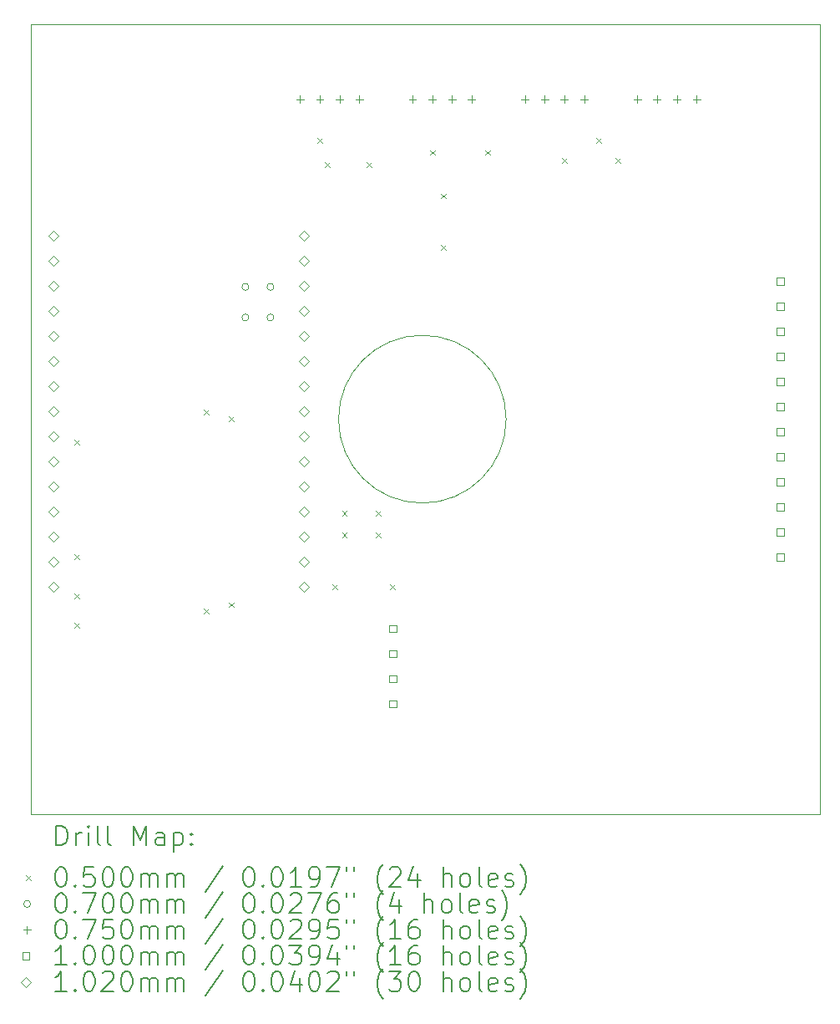
<source format=gbr>
%TF.GenerationSoftware,KiCad,Pcbnew,8.0.4*%
%TF.CreationDate,2025-01-30T11:26:39-05:00*%
%TF.ProjectId,Cubesat_pcb,43756265-7361-4745-9f70-63622e6b6963,rev?*%
%TF.SameCoordinates,Original*%
%TF.FileFunction,Drillmap*%
%TF.FilePolarity,Positive*%
%FSLAX45Y45*%
G04 Gerber Fmt 4.5, Leading zero omitted, Abs format (unit mm)*
G04 Created by KiCad (PCBNEW 8.0.4) date 2025-01-30 11:26:39*
%MOMM*%
%LPD*%
G01*
G04 APERTURE LIST*
%ADD10C,0.050000*%
%ADD11C,0.200000*%
%ADD12C,0.100000*%
%ADD13C,0.102000*%
G04 APERTURE END LIST*
D10*
X49913Y8048165D02*
X8049913Y8048165D01*
X8049913Y48165D01*
X49913Y48165D01*
X49913Y8048165D01*
X4869913Y4051165D02*
G75*
G02*
X3169913Y4051165I-850000J0D01*
G01*
X3169913Y4051165D02*
G75*
G02*
X4869913Y4051165I850000J0D01*
G01*
D11*
D12*
X494913Y3846165D02*
X544913Y3796165D01*
X544913Y3846165D02*
X494913Y3796165D01*
X494913Y2686165D02*
X544913Y2636165D01*
X544913Y2686165D02*
X494913Y2636165D01*
X494913Y2286165D02*
X544913Y2236165D01*
X544913Y2286165D02*
X494913Y2236165D01*
X494913Y1986165D02*
X544913Y1936165D01*
X544913Y1986165D02*
X494913Y1936165D01*
X1804913Y4146165D02*
X1854913Y4096165D01*
X1854913Y4146165D02*
X1804913Y4096165D01*
X1804913Y2136165D02*
X1854913Y2086165D01*
X1854913Y2136165D02*
X1804913Y2086165D01*
X2054913Y4076165D02*
X2104913Y4026165D01*
X2104913Y4076165D02*
X2054913Y4026165D01*
X2054913Y2196165D02*
X2104913Y2146165D01*
X2104913Y2196165D02*
X2054913Y2146165D01*
X2954913Y6896165D02*
X3004913Y6846165D01*
X3004913Y6896165D02*
X2954913Y6846165D01*
X3034913Y6656165D02*
X3084913Y6606165D01*
X3084913Y6656165D02*
X3034913Y6606165D01*
X3104913Y2376165D02*
X3154913Y2326165D01*
X3154913Y2376165D02*
X3104913Y2326165D01*
X3204913Y3126165D02*
X3254913Y3076165D01*
X3254913Y3126165D02*
X3204913Y3076165D01*
X3204913Y2906165D02*
X3254913Y2856165D01*
X3254913Y2906165D02*
X3204913Y2856165D01*
X3454913Y6656165D02*
X3504913Y6606165D01*
X3504913Y6656165D02*
X3454913Y6606165D01*
X3544913Y3126165D02*
X3594913Y3076165D01*
X3594913Y3126165D02*
X3544913Y3076165D01*
X3544913Y2906165D02*
X3594913Y2856165D01*
X3594913Y2906165D02*
X3544913Y2856165D01*
X3694913Y2376165D02*
X3744913Y2326165D01*
X3744913Y2376165D02*
X3694913Y2326165D01*
X4094913Y6776165D02*
X4144913Y6726165D01*
X4144913Y6776165D02*
X4094913Y6726165D01*
X4204913Y6336165D02*
X4254913Y6286165D01*
X4254913Y6336165D02*
X4204913Y6286165D01*
X4204913Y5816165D02*
X4254913Y5766165D01*
X4254913Y5816165D02*
X4204913Y5766165D01*
X4654913Y6776165D02*
X4704913Y6726165D01*
X4704913Y6776165D02*
X4654913Y6726165D01*
X5434913Y6696165D02*
X5484913Y6646165D01*
X5484913Y6696165D02*
X5434913Y6646165D01*
X5784913Y6896165D02*
X5834913Y6846165D01*
X5834913Y6896165D02*
X5784913Y6846165D01*
X5974913Y6696165D02*
X6024913Y6646165D01*
X6024913Y6696165D02*
X5974913Y6646165D01*
X2260913Y5391165D02*
G75*
G02*
X2190913Y5391165I-35000J0D01*
G01*
X2190913Y5391165D02*
G75*
G02*
X2260913Y5391165I35000J0D01*
G01*
X2260913Y5081165D02*
G75*
G02*
X2190913Y5081165I-35000J0D01*
G01*
X2190913Y5081165D02*
G75*
G02*
X2260913Y5081165I35000J0D01*
G01*
X2514913Y5391165D02*
G75*
G02*
X2444913Y5391165I-35000J0D01*
G01*
X2444913Y5391165D02*
G75*
G02*
X2514913Y5391165I35000J0D01*
G01*
X2514913Y5081165D02*
G75*
G02*
X2444913Y5081165I-35000J0D01*
G01*
X2444913Y5081165D02*
G75*
G02*
X2514913Y5081165I35000J0D01*
G01*
X2779913Y7328665D02*
X2779913Y7253665D01*
X2742413Y7291165D02*
X2817413Y7291165D01*
X2979913Y7328665D02*
X2979913Y7253665D01*
X2942413Y7291165D02*
X3017413Y7291165D01*
X3179913Y7328665D02*
X3179913Y7253665D01*
X3142413Y7291165D02*
X3217413Y7291165D01*
X3379913Y7328665D02*
X3379913Y7253665D01*
X3342413Y7291165D02*
X3417413Y7291165D01*
X3919913Y7328665D02*
X3919913Y7253665D01*
X3882413Y7291165D02*
X3957413Y7291165D01*
X4119913Y7328665D02*
X4119913Y7253665D01*
X4082413Y7291165D02*
X4157413Y7291165D01*
X4319913Y7328665D02*
X4319913Y7253665D01*
X4282413Y7291165D02*
X4357413Y7291165D01*
X4519913Y7328665D02*
X4519913Y7253665D01*
X4482413Y7291165D02*
X4557413Y7291165D01*
X5059913Y7328665D02*
X5059913Y7253665D01*
X5022413Y7291165D02*
X5097413Y7291165D01*
X5259913Y7328665D02*
X5259913Y7253665D01*
X5222413Y7291165D02*
X5297413Y7291165D01*
X5459913Y7328665D02*
X5459913Y7253665D01*
X5422413Y7291165D02*
X5497413Y7291165D01*
X5659913Y7328665D02*
X5659913Y7253665D01*
X5622413Y7291165D02*
X5697413Y7291165D01*
X6199913Y7328665D02*
X6199913Y7253665D01*
X6162413Y7291165D02*
X6237413Y7291165D01*
X6399913Y7328665D02*
X6399913Y7253665D01*
X6362413Y7291165D02*
X6437413Y7291165D01*
X6599913Y7328665D02*
X6599913Y7253665D01*
X6562413Y7291165D02*
X6637413Y7291165D01*
X6799913Y7328665D02*
X6799913Y7253665D01*
X6762413Y7291165D02*
X6837413Y7291165D01*
X3757769Y1895810D02*
X3757769Y1966521D01*
X3687057Y1966521D01*
X3687057Y1895810D01*
X3757769Y1895810D01*
X3757769Y1641810D02*
X3757769Y1712521D01*
X3687057Y1712521D01*
X3687057Y1641810D01*
X3757769Y1641810D01*
X3757769Y1387810D02*
X3757769Y1458521D01*
X3687057Y1458521D01*
X3687057Y1387810D01*
X3757769Y1387810D01*
X3757769Y1133810D02*
X3757769Y1204521D01*
X3687057Y1204521D01*
X3687057Y1133810D01*
X3757769Y1133810D01*
X7685269Y5413310D02*
X7685269Y5484021D01*
X7614557Y5484021D01*
X7614557Y5413310D01*
X7685269Y5413310D01*
X7685269Y5159310D02*
X7685269Y5230021D01*
X7614557Y5230021D01*
X7614557Y5159310D01*
X7685269Y5159310D01*
X7685269Y4905310D02*
X7685269Y4976021D01*
X7614557Y4976021D01*
X7614557Y4905310D01*
X7685269Y4905310D01*
X7685269Y4651310D02*
X7685269Y4722021D01*
X7614557Y4722021D01*
X7614557Y4651310D01*
X7685269Y4651310D01*
X7685269Y4397310D02*
X7685269Y4468021D01*
X7614557Y4468021D01*
X7614557Y4397310D01*
X7685269Y4397310D01*
X7685269Y4143310D02*
X7685269Y4214021D01*
X7614557Y4214021D01*
X7614557Y4143310D01*
X7685269Y4143310D01*
X7685269Y3889310D02*
X7685269Y3960021D01*
X7614557Y3960021D01*
X7614557Y3889310D01*
X7685269Y3889310D01*
X7685269Y3635310D02*
X7685269Y3706021D01*
X7614557Y3706021D01*
X7614557Y3635310D01*
X7685269Y3635310D01*
X7685269Y3381310D02*
X7685269Y3452021D01*
X7614557Y3452021D01*
X7614557Y3381310D01*
X7685269Y3381310D01*
X7685269Y3127310D02*
X7685269Y3198021D01*
X7614557Y3198021D01*
X7614557Y3127310D01*
X7685269Y3127310D01*
X7685269Y2873310D02*
X7685269Y2944021D01*
X7614557Y2944021D01*
X7614557Y2873310D01*
X7685269Y2873310D01*
X7685269Y2619310D02*
X7685269Y2690021D01*
X7614557Y2690021D01*
X7614557Y2619310D01*
X7685269Y2619310D01*
D13*
X279913Y5854165D02*
X330913Y5905165D01*
X279913Y5956165D01*
X228913Y5905165D01*
X279913Y5854165D01*
X279913Y5600165D02*
X330913Y5651165D01*
X279913Y5702165D01*
X228913Y5651165D01*
X279913Y5600165D01*
X279913Y5346165D02*
X330913Y5397165D01*
X279913Y5448165D01*
X228913Y5397165D01*
X279913Y5346165D01*
X279913Y5092165D02*
X330913Y5143165D01*
X279913Y5194165D01*
X228913Y5143165D01*
X279913Y5092165D01*
X279913Y4838165D02*
X330913Y4889165D01*
X279913Y4940165D01*
X228913Y4889165D01*
X279913Y4838165D01*
X279913Y4584165D02*
X330913Y4635165D01*
X279913Y4686165D01*
X228913Y4635165D01*
X279913Y4584165D01*
X279913Y4330165D02*
X330913Y4381165D01*
X279913Y4432165D01*
X228913Y4381165D01*
X279913Y4330165D01*
X279913Y4076165D02*
X330913Y4127165D01*
X279913Y4178165D01*
X228913Y4127165D01*
X279913Y4076165D01*
X279913Y3822165D02*
X330913Y3873165D01*
X279913Y3924165D01*
X228913Y3873165D01*
X279913Y3822165D01*
X279913Y3568165D02*
X330913Y3619165D01*
X279913Y3670165D01*
X228913Y3619165D01*
X279913Y3568165D01*
X279913Y3314165D02*
X330913Y3365165D01*
X279913Y3416165D01*
X228913Y3365165D01*
X279913Y3314165D01*
X279913Y3060165D02*
X330913Y3111165D01*
X279913Y3162165D01*
X228913Y3111165D01*
X279913Y3060165D01*
X279913Y2806165D02*
X330913Y2857165D01*
X279913Y2908165D01*
X228913Y2857165D01*
X279913Y2806165D01*
X279913Y2552165D02*
X330913Y2603165D01*
X279913Y2654165D01*
X228913Y2603165D01*
X279913Y2552165D01*
X279913Y2298165D02*
X330913Y2349165D01*
X279913Y2400165D01*
X228913Y2349165D01*
X279913Y2298165D01*
X2819913Y5854165D02*
X2870913Y5905165D01*
X2819913Y5956165D01*
X2768913Y5905165D01*
X2819913Y5854165D01*
X2819913Y5600165D02*
X2870913Y5651165D01*
X2819913Y5702165D01*
X2768913Y5651165D01*
X2819913Y5600165D01*
X2819913Y5346165D02*
X2870913Y5397165D01*
X2819913Y5448165D01*
X2768913Y5397165D01*
X2819913Y5346165D01*
X2819913Y5092165D02*
X2870913Y5143165D01*
X2819913Y5194165D01*
X2768913Y5143165D01*
X2819913Y5092165D01*
X2819913Y4838165D02*
X2870913Y4889165D01*
X2819913Y4940165D01*
X2768913Y4889165D01*
X2819913Y4838165D01*
X2819913Y4584165D02*
X2870913Y4635165D01*
X2819913Y4686165D01*
X2768913Y4635165D01*
X2819913Y4584165D01*
X2819913Y4330165D02*
X2870913Y4381165D01*
X2819913Y4432165D01*
X2768913Y4381165D01*
X2819913Y4330165D01*
X2819913Y4076165D02*
X2870913Y4127165D01*
X2819913Y4178165D01*
X2768913Y4127165D01*
X2819913Y4076165D01*
X2819913Y3822165D02*
X2870913Y3873165D01*
X2819913Y3924165D01*
X2768913Y3873165D01*
X2819913Y3822165D01*
X2819913Y3568165D02*
X2870913Y3619165D01*
X2819913Y3670165D01*
X2768913Y3619165D01*
X2819913Y3568165D01*
X2819913Y3314165D02*
X2870913Y3365165D01*
X2819913Y3416165D01*
X2768913Y3365165D01*
X2819913Y3314165D01*
X2819913Y3060165D02*
X2870913Y3111165D01*
X2819913Y3162165D01*
X2768913Y3111165D01*
X2819913Y3060165D01*
X2819913Y2806165D02*
X2870913Y2857165D01*
X2819913Y2908165D01*
X2768913Y2857165D01*
X2819913Y2806165D01*
X2819913Y2552165D02*
X2870913Y2603165D01*
X2819913Y2654165D01*
X2768913Y2603165D01*
X2819913Y2552165D01*
X2819913Y2298165D02*
X2870913Y2349165D01*
X2819913Y2400165D01*
X2768913Y2349165D01*
X2819913Y2298165D01*
D11*
X308190Y-265818D02*
X308190Y-65818D01*
X308190Y-65818D02*
X355809Y-65818D01*
X355809Y-65818D02*
X384380Y-75342D01*
X384380Y-75342D02*
X403428Y-94390D01*
X403428Y-94390D02*
X412952Y-113437D01*
X412952Y-113437D02*
X422476Y-151533D01*
X422476Y-151533D02*
X422476Y-180104D01*
X422476Y-180104D02*
X412952Y-218199D01*
X412952Y-218199D02*
X403428Y-237247D01*
X403428Y-237247D02*
X384380Y-256295D01*
X384380Y-256295D02*
X355809Y-265818D01*
X355809Y-265818D02*
X308190Y-265818D01*
X508190Y-265818D02*
X508190Y-132485D01*
X508190Y-170580D02*
X517714Y-151533D01*
X517714Y-151533D02*
X527238Y-142009D01*
X527238Y-142009D02*
X546285Y-132485D01*
X546285Y-132485D02*
X565333Y-132485D01*
X632000Y-265818D02*
X632000Y-132485D01*
X632000Y-65818D02*
X622476Y-75342D01*
X622476Y-75342D02*
X632000Y-84866D01*
X632000Y-84866D02*
X641523Y-75342D01*
X641523Y-75342D02*
X632000Y-65818D01*
X632000Y-65818D02*
X632000Y-84866D01*
X755809Y-265818D02*
X736761Y-256295D01*
X736761Y-256295D02*
X727238Y-237247D01*
X727238Y-237247D02*
X727238Y-65818D01*
X860571Y-265818D02*
X841523Y-256295D01*
X841523Y-256295D02*
X831999Y-237247D01*
X831999Y-237247D02*
X831999Y-65818D01*
X1089142Y-265818D02*
X1089142Y-65818D01*
X1089142Y-65818D02*
X1155809Y-208675D01*
X1155809Y-208675D02*
X1222476Y-65818D01*
X1222476Y-65818D02*
X1222476Y-265818D01*
X1403428Y-265818D02*
X1403428Y-161057D01*
X1403428Y-161057D02*
X1393904Y-142009D01*
X1393904Y-142009D02*
X1374857Y-132485D01*
X1374857Y-132485D02*
X1336761Y-132485D01*
X1336761Y-132485D02*
X1317714Y-142009D01*
X1403428Y-256295D02*
X1384381Y-265818D01*
X1384381Y-265818D02*
X1336761Y-265818D01*
X1336761Y-265818D02*
X1317714Y-256295D01*
X1317714Y-256295D02*
X1308190Y-237247D01*
X1308190Y-237247D02*
X1308190Y-218199D01*
X1308190Y-218199D02*
X1317714Y-199152D01*
X1317714Y-199152D02*
X1336761Y-189628D01*
X1336761Y-189628D02*
X1384381Y-189628D01*
X1384381Y-189628D02*
X1403428Y-180104D01*
X1498666Y-132485D02*
X1498666Y-332485D01*
X1498666Y-142009D02*
X1517714Y-132485D01*
X1517714Y-132485D02*
X1555809Y-132485D01*
X1555809Y-132485D02*
X1574857Y-142009D01*
X1574857Y-142009D02*
X1584380Y-151533D01*
X1584380Y-151533D02*
X1593904Y-170580D01*
X1593904Y-170580D02*
X1593904Y-227723D01*
X1593904Y-227723D02*
X1584380Y-246771D01*
X1584380Y-246771D02*
X1574857Y-256295D01*
X1574857Y-256295D02*
X1555809Y-265818D01*
X1555809Y-265818D02*
X1517714Y-265818D01*
X1517714Y-265818D02*
X1498666Y-256295D01*
X1679619Y-246771D02*
X1689142Y-256295D01*
X1689142Y-256295D02*
X1679619Y-265818D01*
X1679619Y-265818D02*
X1670095Y-256295D01*
X1670095Y-256295D02*
X1679619Y-246771D01*
X1679619Y-246771D02*
X1679619Y-265818D01*
X1679619Y-142009D02*
X1689142Y-151533D01*
X1689142Y-151533D02*
X1679619Y-161057D01*
X1679619Y-161057D02*
X1670095Y-151533D01*
X1670095Y-151533D02*
X1679619Y-142009D01*
X1679619Y-142009D02*
X1679619Y-161057D01*
D12*
X-2587Y-569335D02*
X47413Y-619335D01*
X47413Y-569335D02*
X-2587Y-619335D01*
D11*
X346285Y-485818D02*
X365333Y-485818D01*
X365333Y-485818D02*
X384380Y-495342D01*
X384380Y-495342D02*
X393904Y-504866D01*
X393904Y-504866D02*
X403428Y-523914D01*
X403428Y-523914D02*
X412952Y-562009D01*
X412952Y-562009D02*
X412952Y-609628D01*
X412952Y-609628D02*
X403428Y-647723D01*
X403428Y-647723D02*
X393904Y-666771D01*
X393904Y-666771D02*
X384380Y-676295D01*
X384380Y-676295D02*
X365333Y-685818D01*
X365333Y-685818D02*
X346285Y-685818D01*
X346285Y-685818D02*
X327238Y-676295D01*
X327238Y-676295D02*
X317714Y-666771D01*
X317714Y-666771D02*
X308190Y-647723D01*
X308190Y-647723D02*
X298666Y-609628D01*
X298666Y-609628D02*
X298666Y-562009D01*
X298666Y-562009D02*
X308190Y-523914D01*
X308190Y-523914D02*
X317714Y-504866D01*
X317714Y-504866D02*
X327238Y-495342D01*
X327238Y-495342D02*
X346285Y-485818D01*
X498666Y-666771D02*
X508190Y-676295D01*
X508190Y-676295D02*
X498666Y-685818D01*
X498666Y-685818D02*
X489142Y-676295D01*
X489142Y-676295D02*
X498666Y-666771D01*
X498666Y-666771D02*
X498666Y-685818D01*
X689142Y-485818D02*
X593904Y-485818D01*
X593904Y-485818D02*
X584381Y-581057D01*
X584381Y-581057D02*
X593904Y-571533D01*
X593904Y-571533D02*
X612952Y-562009D01*
X612952Y-562009D02*
X660571Y-562009D01*
X660571Y-562009D02*
X679619Y-571533D01*
X679619Y-571533D02*
X689142Y-581057D01*
X689142Y-581057D02*
X698666Y-600104D01*
X698666Y-600104D02*
X698666Y-647723D01*
X698666Y-647723D02*
X689142Y-666771D01*
X689142Y-666771D02*
X679619Y-676295D01*
X679619Y-676295D02*
X660571Y-685818D01*
X660571Y-685818D02*
X612952Y-685818D01*
X612952Y-685818D02*
X593904Y-676295D01*
X593904Y-676295D02*
X584381Y-666771D01*
X822476Y-485818D02*
X841523Y-485818D01*
X841523Y-485818D02*
X860571Y-495342D01*
X860571Y-495342D02*
X870095Y-504866D01*
X870095Y-504866D02*
X879619Y-523914D01*
X879619Y-523914D02*
X889142Y-562009D01*
X889142Y-562009D02*
X889142Y-609628D01*
X889142Y-609628D02*
X879619Y-647723D01*
X879619Y-647723D02*
X870095Y-666771D01*
X870095Y-666771D02*
X860571Y-676295D01*
X860571Y-676295D02*
X841523Y-685818D01*
X841523Y-685818D02*
X822476Y-685818D01*
X822476Y-685818D02*
X803428Y-676295D01*
X803428Y-676295D02*
X793904Y-666771D01*
X793904Y-666771D02*
X784380Y-647723D01*
X784380Y-647723D02*
X774857Y-609628D01*
X774857Y-609628D02*
X774857Y-562009D01*
X774857Y-562009D02*
X784380Y-523914D01*
X784380Y-523914D02*
X793904Y-504866D01*
X793904Y-504866D02*
X803428Y-495342D01*
X803428Y-495342D02*
X822476Y-485818D01*
X1012952Y-485818D02*
X1032000Y-485818D01*
X1032000Y-485818D02*
X1051047Y-495342D01*
X1051047Y-495342D02*
X1060571Y-504866D01*
X1060571Y-504866D02*
X1070095Y-523914D01*
X1070095Y-523914D02*
X1079619Y-562009D01*
X1079619Y-562009D02*
X1079619Y-609628D01*
X1079619Y-609628D02*
X1070095Y-647723D01*
X1070095Y-647723D02*
X1060571Y-666771D01*
X1060571Y-666771D02*
X1051047Y-676295D01*
X1051047Y-676295D02*
X1032000Y-685818D01*
X1032000Y-685818D02*
X1012952Y-685818D01*
X1012952Y-685818D02*
X993904Y-676295D01*
X993904Y-676295D02*
X984380Y-666771D01*
X984380Y-666771D02*
X974857Y-647723D01*
X974857Y-647723D02*
X965333Y-609628D01*
X965333Y-609628D02*
X965333Y-562009D01*
X965333Y-562009D02*
X974857Y-523914D01*
X974857Y-523914D02*
X984380Y-504866D01*
X984380Y-504866D02*
X993904Y-495342D01*
X993904Y-495342D02*
X1012952Y-485818D01*
X1165333Y-685818D02*
X1165333Y-552485D01*
X1165333Y-571533D02*
X1174857Y-562009D01*
X1174857Y-562009D02*
X1193904Y-552485D01*
X1193904Y-552485D02*
X1222476Y-552485D01*
X1222476Y-552485D02*
X1241523Y-562009D01*
X1241523Y-562009D02*
X1251047Y-581057D01*
X1251047Y-581057D02*
X1251047Y-685818D01*
X1251047Y-581057D02*
X1260571Y-562009D01*
X1260571Y-562009D02*
X1279619Y-552485D01*
X1279619Y-552485D02*
X1308190Y-552485D01*
X1308190Y-552485D02*
X1327238Y-562009D01*
X1327238Y-562009D02*
X1336762Y-581057D01*
X1336762Y-581057D02*
X1336762Y-685818D01*
X1432000Y-685818D02*
X1432000Y-552485D01*
X1432000Y-571533D02*
X1441523Y-562009D01*
X1441523Y-562009D02*
X1460571Y-552485D01*
X1460571Y-552485D02*
X1489142Y-552485D01*
X1489142Y-552485D02*
X1508190Y-562009D01*
X1508190Y-562009D02*
X1517714Y-581057D01*
X1517714Y-581057D02*
X1517714Y-685818D01*
X1517714Y-581057D02*
X1527238Y-562009D01*
X1527238Y-562009D02*
X1546285Y-552485D01*
X1546285Y-552485D02*
X1574857Y-552485D01*
X1574857Y-552485D02*
X1593904Y-562009D01*
X1593904Y-562009D02*
X1603428Y-581057D01*
X1603428Y-581057D02*
X1603428Y-685818D01*
X1993904Y-476295D02*
X1822476Y-733437D01*
X2251047Y-485818D02*
X2270095Y-485818D01*
X2270095Y-485818D02*
X2289143Y-495342D01*
X2289143Y-495342D02*
X2298666Y-504866D01*
X2298666Y-504866D02*
X2308190Y-523914D01*
X2308190Y-523914D02*
X2317714Y-562009D01*
X2317714Y-562009D02*
X2317714Y-609628D01*
X2317714Y-609628D02*
X2308190Y-647723D01*
X2308190Y-647723D02*
X2298666Y-666771D01*
X2298666Y-666771D02*
X2289143Y-676295D01*
X2289143Y-676295D02*
X2270095Y-685818D01*
X2270095Y-685818D02*
X2251047Y-685818D01*
X2251047Y-685818D02*
X2232000Y-676295D01*
X2232000Y-676295D02*
X2222476Y-666771D01*
X2222476Y-666771D02*
X2212952Y-647723D01*
X2212952Y-647723D02*
X2203428Y-609628D01*
X2203428Y-609628D02*
X2203428Y-562009D01*
X2203428Y-562009D02*
X2212952Y-523914D01*
X2212952Y-523914D02*
X2222476Y-504866D01*
X2222476Y-504866D02*
X2232000Y-495342D01*
X2232000Y-495342D02*
X2251047Y-485818D01*
X2403428Y-666771D02*
X2412952Y-676295D01*
X2412952Y-676295D02*
X2403428Y-685818D01*
X2403428Y-685818D02*
X2393905Y-676295D01*
X2393905Y-676295D02*
X2403428Y-666771D01*
X2403428Y-666771D02*
X2403428Y-685818D01*
X2536762Y-485818D02*
X2555809Y-485818D01*
X2555809Y-485818D02*
X2574857Y-495342D01*
X2574857Y-495342D02*
X2584381Y-504866D01*
X2584381Y-504866D02*
X2593905Y-523914D01*
X2593905Y-523914D02*
X2603428Y-562009D01*
X2603428Y-562009D02*
X2603428Y-609628D01*
X2603428Y-609628D02*
X2593905Y-647723D01*
X2593905Y-647723D02*
X2584381Y-666771D01*
X2584381Y-666771D02*
X2574857Y-676295D01*
X2574857Y-676295D02*
X2555809Y-685818D01*
X2555809Y-685818D02*
X2536762Y-685818D01*
X2536762Y-685818D02*
X2517714Y-676295D01*
X2517714Y-676295D02*
X2508190Y-666771D01*
X2508190Y-666771D02*
X2498666Y-647723D01*
X2498666Y-647723D02*
X2489143Y-609628D01*
X2489143Y-609628D02*
X2489143Y-562009D01*
X2489143Y-562009D02*
X2498666Y-523914D01*
X2498666Y-523914D02*
X2508190Y-504866D01*
X2508190Y-504866D02*
X2517714Y-495342D01*
X2517714Y-495342D02*
X2536762Y-485818D01*
X2793905Y-685818D02*
X2679619Y-685818D01*
X2736762Y-685818D02*
X2736762Y-485818D01*
X2736762Y-485818D02*
X2717714Y-514390D01*
X2717714Y-514390D02*
X2698666Y-533437D01*
X2698666Y-533437D02*
X2679619Y-542961D01*
X2889143Y-685818D02*
X2927238Y-685818D01*
X2927238Y-685818D02*
X2946285Y-676295D01*
X2946285Y-676295D02*
X2955809Y-666771D01*
X2955809Y-666771D02*
X2974857Y-638199D01*
X2974857Y-638199D02*
X2984381Y-600104D01*
X2984381Y-600104D02*
X2984381Y-523914D01*
X2984381Y-523914D02*
X2974857Y-504866D01*
X2974857Y-504866D02*
X2965333Y-495342D01*
X2965333Y-495342D02*
X2946285Y-485818D01*
X2946285Y-485818D02*
X2908190Y-485818D01*
X2908190Y-485818D02*
X2889143Y-495342D01*
X2889143Y-495342D02*
X2879619Y-504866D01*
X2879619Y-504866D02*
X2870095Y-523914D01*
X2870095Y-523914D02*
X2870095Y-571533D01*
X2870095Y-571533D02*
X2879619Y-590580D01*
X2879619Y-590580D02*
X2889143Y-600104D01*
X2889143Y-600104D02*
X2908190Y-609628D01*
X2908190Y-609628D02*
X2946285Y-609628D01*
X2946285Y-609628D02*
X2965333Y-600104D01*
X2965333Y-600104D02*
X2974857Y-590580D01*
X2974857Y-590580D02*
X2984381Y-571533D01*
X3051047Y-485818D02*
X3184381Y-485818D01*
X3184381Y-485818D02*
X3098666Y-685818D01*
X3251047Y-485818D02*
X3251047Y-523914D01*
X3327238Y-485818D02*
X3327238Y-523914D01*
X3622476Y-762009D02*
X3612952Y-752485D01*
X3612952Y-752485D02*
X3593905Y-723914D01*
X3593905Y-723914D02*
X3584381Y-704866D01*
X3584381Y-704866D02*
X3574857Y-676295D01*
X3574857Y-676295D02*
X3565333Y-628676D01*
X3565333Y-628676D02*
X3565333Y-590580D01*
X3565333Y-590580D02*
X3574857Y-542961D01*
X3574857Y-542961D02*
X3584381Y-514390D01*
X3584381Y-514390D02*
X3593905Y-495342D01*
X3593905Y-495342D02*
X3612952Y-466771D01*
X3612952Y-466771D02*
X3622476Y-457247D01*
X3689143Y-504866D02*
X3698666Y-495342D01*
X3698666Y-495342D02*
X3717714Y-485818D01*
X3717714Y-485818D02*
X3765333Y-485818D01*
X3765333Y-485818D02*
X3784381Y-495342D01*
X3784381Y-495342D02*
X3793905Y-504866D01*
X3793905Y-504866D02*
X3803428Y-523914D01*
X3803428Y-523914D02*
X3803428Y-542961D01*
X3803428Y-542961D02*
X3793905Y-571533D01*
X3793905Y-571533D02*
X3679619Y-685818D01*
X3679619Y-685818D02*
X3803428Y-685818D01*
X3974857Y-552485D02*
X3974857Y-685818D01*
X3927238Y-476295D02*
X3879619Y-619152D01*
X3879619Y-619152D02*
X4003428Y-619152D01*
X4232000Y-685818D02*
X4232000Y-485818D01*
X4317714Y-685818D02*
X4317714Y-581057D01*
X4317714Y-581057D02*
X4308190Y-562009D01*
X4308190Y-562009D02*
X4289143Y-552485D01*
X4289143Y-552485D02*
X4260571Y-552485D01*
X4260571Y-552485D02*
X4241524Y-562009D01*
X4241524Y-562009D02*
X4232000Y-571533D01*
X4441524Y-685818D02*
X4422476Y-676295D01*
X4422476Y-676295D02*
X4412952Y-666771D01*
X4412952Y-666771D02*
X4403429Y-647723D01*
X4403429Y-647723D02*
X4403429Y-590580D01*
X4403429Y-590580D02*
X4412952Y-571533D01*
X4412952Y-571533D02*
X4422476Y-562009D01*
X4422476Y-562009D02*
X4441524Y-552485D01*
X4441524Y-552485D02*
X4470095Y-552485D01*
X4470095Y-552485D02*
X4489143Y-562009D01*
X4489143Y-562009D02*
X4498667Y-571533D01*
X4498667Y-571533D02*
X4508190Y-590580D01*
X4508190Y-590580D02*
X4508190Y-647723D01*
X4508190Y-647723D02*
X4498667Y-666771D01*
X4498667Y-666771D02*
X4489143Y-676295D01*
X4489143Y-676295D02*
X4470095Y-685818D01*
X4470095Y-685818D02*
X4441524Y-685818D01*
X4622476Y-685818D02*
X4603429Y-676295D01*
X4603429Y-676295D02*
X4593905Y-657247D01*
X4593905Y-657247D02*
X4593905Y-485818D01*
X4774857Y-676295D02*
X4755810Y-685818D01*
X4755810Y-685818D02*
X4717714Y-685818D01*
X4717714Y-685818D02*
X4698667Y-676295D01*
X4698667Y-676295D02*
X4689143Y-657247D01*
X4689143Y-657247D02*
X4689143Y-581057D01*
X4689143Y-581057D02*
X4698667Y-562009D01*
X4698667Y-562009D02*
X4717714Y-552485D01*
X4717714Y-552485D02*
X4755810Y-552485D01*
X4755810Y-552485D02*
X4774857Y-562009D01*
X4774857Y-562009D02*
X4784381Y-581057D01*
X4784381Y-581057D02*
X4784381Y-600104D01*
X4784381Y-600104D02*
X4689143Y-619152D01*
X4860571Y-676295D02*
X4879619Y-685818D01*
X4879619Y-685818D02*
X4917714Y-685818D01*
X4917714Y-685818D02*
X4936762Y-676295D01*
X4936762Y-676295D02*
X4946286Y-657247D01*
X4946286Y-657247D02*
X4946286Y-647723D01*
X4946286Y-647723D02*
X4936762Y-628676D01*
X4936762Y-628676D02*
X4917714Y-619152D01*
X4917714Y-619152D02*
X4889143Y-619152D01*
X4889143Y-619152D02*
X4870095Y-609628D01*
X4870095Y-609628D02*
X4860571Y-590580D01*
X4860571Y-590580D02*
X4860571Y-581057D01*
X4860571Y-581057D02*
X4870095Y-562009D01*
X4870095Y-562009D02*
X4889143Y-552485D01*
X4889143Y-552485D02*
X4917714Y-552485D01*
X4917714Y-552485D02*
X4936762Y-562009D01*
X5012952Y-762009D02*
X5022476Y-752485D01*
X5022476Y-752485D02*
X5041524Y-723914D01*
X5041524Y-723914D02*
X5051048Y-704866D01*
X5051048Y-704866D02*
X5060571Y-676295D01*
X5060571Y-676295D02*
X5070095Y-628676D01*
X5070095Y-628676D02*
X5070095Y-590580D01*
X5070095Y-590580D02*
X5060571Y-542961D01*
X5060571Y-542961D02*
X5051048Y-514390D01*
X5051048Y-514390D02*
X5041524Y-495342D01*
X5041524Y-495342D02*
X5022476Y-466771D01*
X5022476Y-466771D02*
X5012952Y-457247D01*
D12*
X47413Y-858335D02*
G75*
G02*
X-22587Y-858335I-35000J0D01*
G01*
X-22587Y-858335D02*
G75*
G02*
X47413Y-858335I35000J0D01*
G01*
D11*
X346285Y-749818D02*
X365333Y-749818D01*
X365333Y-749818D02*
X384380Y-759342D01*
X384380Y-759342D02*
X393904Y-768866D01*
X393904Y-768866D02*
X403428Y-787914D01*
X403428Y-787914D02*
X412952Y-826009D01*
X412952Y-826009D02*
X412952Y-873628D01*
X412952Y-873628D02*
X403428Y-911723D01*
X403428Y-911723D02*
X393904Y-930771D01*
X393904Y-930771D02*
X384380Y-940295D01*
X384380Y-940295D02*
X365333Y-949818D01*
X365333Y-949818D02*
X346285Y-949818D01*
X346285Y-949818D02*
X327238Y-940295D01*
X327238Y-940295D02*
X317714Y-930771D01*
X317714Y-930771D02*
X308190Y-911723D01*
X308190Y-911723D02*
X298666Y-873628D01*
X298666Y-873628D02*
X298666Y-826009D01*
X298666Y-826009D02*
X308190Y-787914D01*
X308190Y-787914D02*
X317714Y-768866D01*
X317714Y-768866D02*
X327238Y-759342D01*
X327238Y-759342D02*
X346285Y-749818D01*
X498666Y-930771D02*
X508190Y-940295D01*
X508190Y-940295D02*
X498666Y-949818D01*
X498666Y-949818D02*
X489142Y-940295D01*
X489142Y-940295D02*
X498666Y-930771D01*
X498666Y-930771D02*
X498666Y-949818D01*
X574857Y-749818D02*
X708190Y-749818D01*
X708190Y-749818D02*
X622476Y-949818D01*
X822476Y-749818D02*
X841523Y-749818D01*
X841523Y-749818D02*
X860571Y-759342D01*
X860571Y-759342D02*
X870095Y-768866D01*
X870095Y-768866D02*
X879619Y-787914D01*
X879619Y-787914D02*
X889142Y-826009D01*
X889142Y-826009D02*
X889142Y-873628D01*
X889142Y-873628D02*
X879619Y-911723D01*
X879619Y-911723D02*
X870095Y-930771D01*
X870095Y-930771D02*
X860571Y-940295D01*
X860571Y-940295D02*
X841523Y-949818D01*
X841523Y-949818D02*
X822476Y-949818D01*
X822476Y-949818D02*
X803428Y-940295D01*
X803428Y-940295D02*
X793904Y-930771D01*
X793904Y-930771D02*
X784380Y-911723D01*
X784380Y-911723D02*
X774857Y-873628D01*
X774857Y-873628D02*
X774857Y-826009D01*
X774857Y-826009D02*
X784380Y-787914D01*
X784380Y-787914D02*
X793904Y-768866D01*
X793904Y-768866D02*
X803428Y-759342D01*
X803428Y-759342D02*
X822476Y-749818D01*
X1012952Y-749818D02*
X1032000Y-749818D01*
X1032000Y-749818D02*
X1051047Y-759342D01*
X1051047Y-759342D02*
X1060571Y-768866D01*
X1060571Y-768866D02*
X1070095Y-787914D01*
X1070095Y-787914D02*
X1079619Y-826009D01*
X1079619Y-826009D02*
X1079619Y-873628D01*
X1079619Y-873628D02*
X1070095Y-911723D01*
X1070095Y-911723D02*
X1060571Y-930771D01*
X1060571Y-930771D02*
X1051047Y-940295D01*
X1051047Y-940295D02*
X1032000Y-949818D01*
X1032000Y-949818D02*
X1012952Y-949818D01*
X1012952Y-949818D02*
X993904Y-940295D01*
X993904Y-940295D02*
X984380Y-930771D01*
X984380Y-930771D02*
X974857Y-911723D01*
X974857Y-911723D02*
X965333Y-873628D01*
X965333Y-873628D02*
X965333Y-826009D01*
X965333Y-826009D02*
X974857Y-787914D01*
X974857Y-787914D02*
X984380Y-768866D01*
X984380Y-768866D02*
X993904Y-759342D01*
X993904Y-759342D02*
X1012952Y-749818D01*
X1165333Y-949818D02*
X1165333Y-816485D01*
X1165333Y-835533D02*
X1174857Y-826009D01*
X1174857Y-826009D02*
X1193904Y-816485D01*
X1193904Y-816485D02*
X1222476Y-816485D01*
X1222476Y-816485D02*
X1241523Y-826009D01*
X1241523Y-826009D02*
X1251047Y-845056D01*
X1251047Y-845056D02*
X1251047Y-949818D01*
X1251047Y-845056D02*
X1260571Y-826009D01*
X1260571Y-826009D02*
X1279619Y-816485D01*
X1279619Y-816485D02*
X1308190Y-816485D01*
X1308190Y-816485D02*
X1327238Y-826009D01*
X1327238Y-826009D02*
X1336762Y-845056D01*
X1336762Y-845056D02*
X1336762Y-949818D01*
X1432000Y-949818D02*
X1432000Y-816485D01*
X1432000Y-835533D02*
X1441523Y-826009D01*
X1441523Y-826009D02*
X1460571Y-816485D01*
X1460571Y-816485D02*
X1489142Y-816485D01*
X1489142Y-816485D02*
X1508190Y-826009D01*
X1508190Y-826009D02*
X1517714Y-845056D01*
X1517714Y-845056D02*
X1517714Y-949818D01*
X1517714Y-845056D02*
X1527238Y-826009D01*
X1527238Y-826009D02*
X1546285Y-816485D01*
X1546285Y-816485D02*
X1574857Y-816485D01*
X1574857Y-816485D02*
X1593904Y-826009D01*
X1593904Y-826009D02*
X1603428Y-845056D01*
X1603428Y-845056D02*
X1603428Y-949818D01*
X1993904Y-740295D02*
X1822476Y-997437D01*
X2251047Y-749818D02*
X2270095Y-749818D01*
X2270095Y-749818D02*
X2289143Y-759342D01*
X2289143Y-759342D02*
X2298666Y-768866D01*
X2298666Y-768866D02*
X2308190Y-787914D01*
X2308190Y-787914D02*
X2317714Y-826009D01*
X2317714Y-826009D02*
X2317714Y-873628D01*
X2317714Y-873628D02*
X2308190Y-911723D01*
X2308190Y-911723D02*
X2298666Y-930771D01*
X2298666Y-930771D02*
X2289143Y-940295D01*
X2289143Y-940295D02*
X2270095Y-949818D01*
X2270095Y-949818D02*
X2251047Y-949818D01*
X2251047Y-949818D02*
X2232000Y-940295D01*
X2232000Y-940295D02*
X2222476Y-930771D01*
X2222476Y-930771D02*
X2212952Y-911723D01*
X2212952Y-911723D02*
X2203428Y-873628D01*
X2203428Y-873628D02*
X2203428Y-826009D01*
X2203428Y-826009D02*
X2212952Y-787914D01*
X2212952Y-787914D02*
X2222476Y-768866D01*
X2222476Y-768866D02*
X2232000Y-759342D01*
X2232000Y-759342D02*
X2251047Y-749818D01*
X2403428Y-930771D02*
X2412952Y-940295D01*
X2412952Y-940295D02*
X2403428Y-949818D01*
X2403428Y-949818D02*
X2393905Y-940295D01*
X2393905Y-940295D02*
X2403428Y-930771D01*
X2403428Y-930771D02*
X2403428Y-949818D01*
X2536762Y-749818D02*
X2555809Y-749818D01*
X2555809Y-749818D02*
X2574857Y-759342D01*
X2574857Y-759342D02*
X2584381Y-768866D01*
X2584381Y-768866D02*
X2593905Y-787914D01*
X2593905Y-787914D02*
X2603428Y-826009D01*
X2603428Y-826009D02*
X2603428Y-873628D01*
X2603428Y-873628D02*
X2593905Y-911723D01*
X2593905Y-911723D02*
X2584381Y-930771D01*
X2584381Y-930771D02*
X2574857Y-940295D01*
X2574857Y-940295D02*
X2555809Y-949818D01*
X2555809Y-949818D02*
X2536762Y-949818D01*
X2536762Y-949818D02*
X2517714Y-940295D01*
X2517714Y-940295D02*
X2508190Y-930771D01*
X2508190Y-930771D02*
X2498666Y-911723D01*
X2498666Y-911723D02*
X2489143Y-873628D01*
X2489143Y-873628D02*
X2489143Y-826009D01*
X2489143Y-826009D02*
X2498666Y-787914D01*
X2498666Y-787914D02*
X2508190Y-768866D01*
X2508190Y-768866D02*
X2517714Y-759342D01*
X2517714Y-759342D02*
X2536762Y-749818D01*
X2679619Y-768866D02*
X2689143Y-759342D01*
X2689143Y-759342D02*
X2708190Y-749818D01*
X2708190Y-749818D02*
X2755809Y-749818D01*
X2755809Y-749818D02*
X2774857Y-759342D01*
X2774857Y-759342D02*
X2784381Y-768866D01*
X2784381Y-768866D02*
X2793905Y-787914D01*
X2793905Y-787914D02*
X2793905Y-806961D01*
X2793905Y-806961D02*
X2784381Y-835533D01*
X2784381Y-835533D02*
X2670095Y-949818D01*
X2670095Y-949818D02*
X2793905Y-949818D01*
X2860571Y-749818D02*
X2993904Y-749818D01*
X2993904Y-749818D02*
X2908190Y-949818D01*
X3155809Y-749818D02*
X3117714Y-749818D01*
X3117714Y-749818D02*
X3098666Y-759342D01*
X3098666Y-759342D02*
X3089143Y-768866D01*
X3089143Y-768866D02*
X3070095Y-797437D01*
X3070095Y-797437D02*
X3060571Y-835533D01*
X3060571Y-835533D02*
X3060571Y-911723D01*
X3060571Y-911723D02*
X3070095Y-930771D01*
X3070095Y-930771D02*
X3079619Y-940295D01*
X3079619Y-940295D02*
X3098666Y-949818D01*
X3098666Y-949818D02*
X3136762Y-949818D01*
X3136762Y-949818D02*
X3155809Y-940295D01*
X3155809Y-940295D02*
X3165333Y-930771D01*
X3165333Y-930771D02*
X3174857Y-911723D01*
X3174857Y-911723D02*
X3174857Y-864104D01*
X3174857Y-864104D02*
X3165333Y-845056D01*
X3165333Y-845056D02*
X3155809Y-835533D01*
X3155809Y-835533D02*
X3136762Y-826009D01*
X3136762Y-826009D02*
X3098666Y-826009D01*
X3098666Y-826009D02*
X3079619Y-835533D01*
X3079619Y-835533D02*
X3070095Y-845056D01*
X3070095Y-845056D02*
X3060571Y-864104D01*
X3251047Y-749818D02*
X3251047Y-787914D01*
X3327238Y-749818D02*
X3327238Y-787914D01*
X3622476Y-1026009D02*
X3612952Y-1016485D01*
X3612952Y-1016485D02*
X3593905Y-987914D01*
X3593905Y-987914D02*
X3584381Y-968866D01*
X3584381Y-968866D02*
X3574857Y-940295D01*
X3574857Y-940295D02*
X3565333Y-892675D01*
X3565333Y-892675D02*
X3565333Y-854580D01*
X3565333Y-854580D02*
X3574857Y-806961D01*
X3574857Y-806961D02*
X3584381Y-778390D01*
X3584381Y-778390D02*
X3593905Y-759342D01*
X3593905Y-759342D02*
X3612952Y-730771D01*
X3612952Y-730771D02*
X3622476Y-721247D01*
X3784381Y-816485D02*
X3784381Y-949818D01*
X3736762Y-740295D02*
X3689143Y-883152D01*
X3689143Y-883152D02*
X3812952Y-883152D01*
X4041524Y-949818D02*
X4041524Y-749818D01*
X4127238Y-949818D02*
X4127238Y-845056D01*
X4127238Y-845056D02*
X4117714Y-826009D01*
X4117714Y-826009D02*
X4098667Y-816485D01*
X4098667Y-816485D02*
X4070095Y-816485D01*
X4070095Y-816485D02*
X4051047Y-826009D01*
X4051047Y-826009D02*
X4041524Y-835533D01*
X4251048Y-949818D02*
X4232000Y-940295D01*
X4232000Y-940295D02*
X4222476Y-930771D01*
X4222476Y-930771D02*
X4212952Y-911723D01*
X4212952Y-911723D02*
X4212952Y-854580D01*
X4212952Y-854580D02*
X4222476Y-835533D01*
X4222476Y-835533D02*
X4232000Y-826009D01*
X4232000Y-826009D02*
X4251048Y-816485D01*
X4251048Y-816485D02*
X4279619Y-816485D01*
X4279619Y-816485D02*
X4298667Y-826009D01*
X4298667Y-826009D02*
X4308190Y-835533D01*
X4308190Y-835533D02*
X4317714Y-854580D01*
X4317714Y-854580D02*
X4317714Y-911723D01*
X4317714Y-911723D02*
X4308190Y-930771D01*
X4308190Y-930771D02*
X4298667Y-940295D01*
X4298667Y-940295D02*
X4279619Y-949818D01*
X4279619Y-949818D02*
X4251048Y-949818D01*
X4432000Y-949818D02*
X4412952Y-940295D01*
X4412952Y-940295D02*
X4403429Y-921247D01*
X4403429Y-921247D02*
X4403429Y-749818D01*
X4584381Y-940295D02*
X4565333Y-949818D01*
X4565333Y-949818D02*
X4527238Y-949818D01*
X4527238Y-949818D02*
X4508190Y-940295D01*
X4508190Y-940295D02*
X4498667Y-921247D01*
X4498667Y-921247D02*
X4498667Y-845056D01*
X4498667Y-845056D02*
X4508190Y-826009D01*
X4508190Y-826009D02*
X4527238Y-816485D01*
X4527238Y-816485D02*
X4565333Y-816485D01*
X4565333Y-816485D02*
X4584381Y-826009D01*
X4584381Y-826009D02*
X4593905Y-845056D01*
X4593905Y-845056D02*
X4593905Y-864104D01*
X4593905Y-864104D02*
X4498667Y-883152D01*
X4670095Y-940295D02*
X4689143Y-949818D01*
X4689143Y-949818D02*
X4727238Y-949818D01*
X4727238Y-949818D02*
X4746286Y-940295D01*
X4746286Y-940295D02*
X4755810Y-921247D01*
X4755810Y-921247D02*
X4755810Y-911723D01*
X4755810Y-911723D02*
X4746286Y-892675D01*
X4746286Y-892675D02*
X4727238Y-883152D01*
X4727238Y-883152D02*
X4698667Y-883152D01*
X4698667Y-883152D02*
X4679619Y-873628D01*
X4679619Y-873628D02*
X4670095Y-854580D01*
X4670095Y-854580D02*
X4670095Y-845056D01*
X4670095Y-845056D02*
X4679619Y-826009D01*
X4679619Y-826009D02*
X4698667Y-816485D01*
X4698667Y-816485D02*
X4727238Y-816485D01*
X4727238Y-816485D02*
X4746286Y-826009D01*
X4822476Y-1026009D02*
X4832000Y-1016485D01*
X4832000Y-1016485D02*
X4851048Y-987914D01*
X4851048Y-987914D02*
X4860571Y-968866D01*
X4860571Y-968866D02*
X4870095Y-940295D01*
X4870095Y-940295D02*
X4879619Y-892675D01*
X4879619Y-892675D02*
X4879619Y-854580D01*
X4879619Y-854580D02*
X4870095Y-806961D01*
X4870095Y-806961D02*
X4860571Y-778390D01*
X4860571Y-778390D02*
X4851048Y-759342D01*
X4851048Y-759342D02*
X4832000Y-730771D01*
X4832000Y-730771D02*
X4822476Y-721247D01*
D12*
X9913Y-1084835D02*
X9913Y-1159835D01*
X-27587Y-1122335D02*
X47413Y-1122335D01*
D11*
X346285Y-1013818D02*
X365333Y-1013818D01*
X365333Y-1013818D02*
X384380Y-1023342D01*
X384380Y-1023342D02*
X393904Y-1032866D01*
X393904Y-1032866D02*
X403428Y-1051914D01*
X403428Y-1051914D02*
X412952Y-1090009D01*
X412952Y-1090009D02*
X412952Y-1137628D01*
X412952Y-1137628D02*
X403428Y-1175723D01*
X403428Y-1175723D02*
X393904Y-1194771D01*
X393904Y-1194771D02*
X384380Y-1204295D01*
X384380Y-1204295D02*
X365333Y-1213818D01*
X365333Y-1213818D02*
X346285Y-1213818D01*
X346285Y-1213818D02*
X327238Y-1204295D01*
X327238Y-1204295D02*
X317714Y-1194771D01*
X317714Y-1194771D02*
X308190Y-1175723D01*
X308190Y-1175723D02*
X298666Y-1137628D01*
X298666Y-1137628D02*
X298666Y-1090009D01*
X298666Y-1090009D02*
X308190Y-1051914D01*
X308190Y-1051914D02*
X317714Y-1032866D01*
X317714Y-1032866D02*
X327238Y-1023342D01*
X327238Y-1023342D02*
X346285Y-1013818D01*
X498666Y-1194771D02*
X508190Y-1204295D01*
X508190Y-1204295D02*
X498666Y-1213818D01*
X498666Y-1213818D02*
X489142Y-1204295D01*
X489142Y-1204295D02*
X498666Y-1194771D01*
X498666Y-1194771D02*
X498666Y-1213818D01*
X574857Y-1013818D02*
X708190Y-1013818D01*
X708190Y-1013818D02*
X622476Y-1213818D01*
X879619Y-1013818D02*
X784380Y-1013818D01*
X784380Y-1013818D02*
X774857Y-1109057D01*
X774857Y-1109057D02*
X784380Y-1099533D01*
X784380Y-1099533D02*
X803428Y-1090009D01*
X803428Y-1090009D02*
X851047Y-1090009D01*
X851047Y-1090009D02*
X870095Y-1099533D01*
X870095Y-1099533D02*
X879619Y-1109057D01*
X879619Y-1109057D02*
X889142Y-1128104D01*
X889142Y-1128104D02*
X889142Y-1175723D01*
X889142Y-1175723D02*
X879619Y-1194771D01*
X879619Y-1194771D02*
X870095Y-1204295D01*
X870095Y-1204295D02*
X851047Y-1213818D01*
X851047Y-1213818D02*
X803428Y-1213818D01*
X803428Y-1213818D02*
X784380Y-1204295D01*
X784380Y-1204295D02*
X774857Y-1194771D01*
X1012952Y-1013818D02*
X1032000Y-1013818D01*
X1032000Y-1013818D02*
X1051047Y-1023342D01*
X1051047Y-1023342D02*
X1060571Y-1032866D01*
X1060571Y-1032866D02*
X1070095Y-1051914D01*
X1070095Y-1051914D02*
X1079619Y-1090009D01*
X1079619Y-1090009D02*
X1079619Y-1137628D01*
X1079619Y-1137628D02*
X1070095Y-1175723D01*
X1070095Y-1175723D02*
X1060571Y-1194771D01*
X1060571Y-1194771D02*
X1051047Y-1204295D01*
X1051047Y-1204295D02*
X1032000Y-1213818D01*
X1032000Y-1213818D02*
X1012952Y-1213818D01*
X1012952Y-1213818D02*
X993904Y-1204295D01*
X993904Y-1204295D02*
X984380Y-1194771D01*
X984380Y-1194771D02*
X974857Y-1175723D01*
X974857Y-1175723D02*
X965333Y-1137628D01*
X965333Y-1137628D02*
X965333Y-1090009D01*
X965333Y-1090009D02*
X974857Y-1051914D01*
X974857Y-1051914D02*
X984380Y-1032866D01*
X984380Y-1032866D02*
X993904Y-1023342D01*
X993904Y-1023342D02*
X1012952Y-1013818D01*
X1165333Y-1213818D02*
X1165333Y-1080485D01*
X1165333Y-1099533D02*
X1174857Y-1090009D01*
X1174857Y-1090009D02*
X1193904Y-1080485D01*
X1193904Y-1080485D02*
X1222476Y-1080485D01*
X1222476Y-1080485D02*
X1241523Y-1090009D01*
X1241523Y-1090009D02*
X1251047Y-1109057D01*
X1251047Y-1109057D02*
X1251047Y-1213818D01*
X1251047Y-1109057D02*
X1260571Y-1090009D01*
X1260571Y-1090009D02*
X1279619Y-1080485D01*
X1279619Y-1080485D02*
X1308190Y-1080485D01*
X1308190Y-1080485D02*
X1327238Y-1090009D01*
X1327238Y-1090009D02*
X1336762Y-1109057D01*
X1336762Y-1109057D02*
X1336762Y-1213818D01*
X1432000Y-1213818D02*
X1432000Y-1080485D01*
X1432000Y-1099533D02*
X1441523Y-1090009D01*
X1441523Y-1090009D02*
X1460571Y-1080485D01*
X1460571Y-1080485D02*
X1489142Y-1080485D01*
X1489142Y-1080485D02*
X1508190Y-1090009D01*
X1508190Y-1090009D02*
X1517714Y-1109057D01*
X1517714Y-1109057D02*
X1517714Y-1213818D01*
X1517714Y-1109057D02*
X1527238Y-1090009D01*
X1527238Y-1090009D02*
X1546285Y-1080485D01*
X1546285Y-1080485D02*
X1574857Y-1080485D01*
X1574857Y-1080485D02*
X1593904Y-1090009D01*
X1593904Y-1090009D02*
X1603428Y-1109057D01*
X1603428Y-1109057D02*
X1603428Y-1213818D01*
X1993904Y-1004295D02*
X1822476Y-1261437D01*
X2251047Y-1013818D02*
X2270095Y-1013818D01*
X2270095Y-1013818D02*
X2289143Y-1023342D01*
X2289143Y-1023342D02*
X2298666Y-1032866D01*
X2298666Y-1032866D02*
X2308190Y-1051914D01*
X2308190Y-1051914D02*
X2317714Y-1090009D01*
X2317714Y-1090009D02*
X2317714Y-1137628D01*
X2317714Y-1137628D02*
X2308190Y-1175723D01*
X2308190Y-1175723D02*
X2298666Y-1194771D01*
X2298666Y-1194771D02*
X2289143Y-1204295D01*
X2289143Y-1204295D02*
X2270095Y-1213818D01*
X2270095Y-1213818D02*
X2251047Y-1213818D01*
X2251047Y-1213818D02*
X2232000Y-1204295D01*
X2232000Y-1204295D02*
X2222476Y-1194771D01*
X2222476Y-1194771D02*
X2212952Y-1175723D01*
X2212952Y-1175723D02*
X2203428Y-1137628D01*
X2203428Y-1137628D02*
X2203428Y-1090009D01*
X2203428Y-1090009D02*
X2212952Y-1051914D01*
X2212952Y-1051914D02*
X2222476Y-1032866D01*
X2222476Y-1032866D02*
X2232000Y-1023342D01*
X2232000Y-1023342D02*
X2251047Y-1013818D01*
X2403428Y-1194771D02*
X2412952Y-1204295D01*
X2412952Y-1204295D02*
X2403428Y-1213818D01*
X2403428Y-1213818D02*
X2393905Y-1204295D01*
X2393905Y-1204295D02*
X2403428Y-1194771D01*
X2403428Y-1194771D02*
X2403428Y-1213818D01*
X2536762Y-1013818D02*
X2555809Y-1013818D01*
X2555809Y-1013818D02*
X2574857Y-1023342D01*
X2574857Y-1023342D02*
X2584381Y-1032866D01*
X2584381Y-1032866D02*
X2593905Y-1051914D01*
X2593905Y-1051914D02*
X2603428Y-1090009D01*
X2603428Y-1090009D02*
X2603428Y-1137628D01*
X2603428Y-1137628D02*
X2593905Y-1175723D01*
X2593905Y-1175723D02*
X2584381Y-1194771D01*
X2584381Y-1194771D02*
X2574857Y-1204295D01*
X2574857Y-1204295D02*
X2555809Y-1213818D01*
X2555809Y-1213818D02*
X2536762Y-1213818D01*
X2536762Y-1213818D02*
X2517714Y-1204295D01*
X2517714Y-1204295D02*
X2508190Y-1194771D01*
X2508190Y-1194771D02*
X2498666Y-1175723D01*
X2498666Y-1175723D02*
X2489143Y-1137628D01*
X2489143Y-1137628D02*
X2489143Y-1090009D01*
X2489143Y-1090009D02*
X2498666Y-1051914D01*
X2498666Y-1051914D02*
X2508190Y-1032866D01*
X2508190Y-1032866D02*
X2517714Y-1023342D01*
X2517714Y-1023342D02*
X2536762Y-1013818D01*
X2679619Y-1032866D02*
X2689143Y-1023342D01*
X2689143Y-1023342D02*
X2708190Y-1013818D01*
X2708190Y-1013818D02*
X2755809Y-1013818D01*
X2755809Y-1013818D02*
X2774857Y-1023342D01*
X2774857Y-1023342D02*
X2784381Y-1032866D01*
X2784381Y-1032866D02*
X2793905Y-1051914D01*
X2793905Y-1051914D02*
X2793905Y-1070961D01*
X2793905Y-1070961D02*
X2784381Y-1099533D01*
X2784381Y-1099533D02*
X2670095Y-1213818D01*
X2670095Y-1213818D02*
X2793905Y-1213818D01*
X2889143Y-1213818D02*
X2927238Y-1213818D01*
X2927238Y-1213818D02*
X2946285Y-1204295D01*
X2946285Y-1204295D02*
X2955809Y-1194771D01*
X2955809Y-1194771D02*
X2974857Y-1166199D01*
X2974857Y-1166199D02*
X2984381Y-1128104D01*
X2984381Y-1128104D02*
X2984381Y-1051914D01*
X2984381Y-1051914D02*
X2974857Y-1032866D01*
X2974857Y-1032866D02*
X2965333Y-1023342D01*
X2965333Y-1023342D02*
X2946285Y-1013818D01*
X2946285Y-1013818D02*
X2908190Y-1013818D01*
X2908190Y-1013818D02*
X2889143Y-1023342D01*
X2889143Y-1023342D02*
X2879619Y-1032866D01*
X2879619Y-1032866D02*
X2870095Y-1051914D01*
X2870095Y-1051914D02*
X2870095Y-1099533D01*
X2870095Y-1099533D02*
X2879619Y-1118580D01*
X2879619Y-1118580D02*
X2889143Y-1128104D01*
X2889143Y-1128104D02*
X2908190Y-1137628D01*
X2908190Y-1137628D02*
X2946285Y-1137628D01*
X2946285Y-1137628D02*
X2965333Y-1128104D01*
X2965333Y-1128104D02*
X2974857Y-1118580D01*
X2974857Y-1118580D02*
X2984381Y-1099533D01*
X3165333Y-1013818D02*
X3070095Y-1013818D01*
X3070095Y-1013818D02*
X3060571Y-1109057D01*
X3060571Y-1109057D02*
X3070095Y-1099533D01*
X3070095Y-1099533D02*
X3089143Y-1090009D01*
X3089143Y-1090009D02*
X3136762Y-1090009D01*
X3136762Y-1090009D02*
X3155809Y-1099533D01*
X3155809Y-1099533D02*
X3165333Y-1109057D01*
X3165333Y-1109057D02*
X3174857Y-1128104D01*
X3174857Y-1128104D02*
X3174857Y-1175723D01*
X3174857Y-1175723D02*
X3165333Y-1194771D01*
X3165333Y-1194771D02*
X3155809Y-1204295D01*
X3155809Y-1204295D02*
X3136762Y-1213818D01*
X3136762Y-1213818D02*
X3089143Y-1213818D01*
X3089143Y-1213818D02*
X3070095Y-1204295D01*
X3070095Y-1204295D02*
X3060571Y-1194771D01*
X3251047Y-1013818D02*
X3251047Y-1051914D01*
X3327238Y-1013818D02*
X3327238Y-1051914D01*
X3622476Y-1290009D02*
X3612952Y-1280485D01*
X3612952Y-1280485D02*
X3593905Y-1251914D01*
X3593905Y-1251914D02*
X3584381Y-1232866D01*
X3584381Y-1232866D02*
X3574857Y-1204295D01*
X3574857Y-1204295D02*
X3565333Y-1156676D01*
X3565333Y-1156676D02*
X3565333Y-1118580D01*
X3565333Y-1118580D02*
X3574857Y-1070961D01*
X3574857Y-1070961D02*
X3584381Y-1042390D01*
X3584381Y-1042390D02*
X3593905Y-1023342D01*
X3593905Y-1023342D02*
X3612952Y-994771D01*
X3612952Y-994771D02*
X3622476Y-985247D01*
X3803428Y-1213818D02*
X3689143Y-1213818D01*
X3746285Y-1213818D02*
X3746285Y-1013818D01*
X3746285Y-1013818D02*
X3727238Y-1042390D01*
X3727238Y-1042390D02*
X3708190Y-1061437D01*
X3708190Y-1061437D02*
X3689143Y-1070961D01*
X3974857Y-1013818D02*
X3936762Y-1013818D01*
X3936762Y-1013818D02*
X3917714Y-1023342D01*
X3917714Y-1023342D02*
X3908190Y-1032866D01*
X3908190Y-1032866D02*
X3889143Y-1061437D01*
X3889143Y-1061437D02*
X3879619Y-1099533D01*
X3879619Y-1099533D02*
X3879619Y-1175723D01*
X3879619Y-1175723D02*
X3889143Y-1194771D01*
X3889143Y-1194771D02*
X3898666Y-1204295D01*
X3898666Y-1204295D02*
X3917714Y-1213818D01*
X3917714Y-1213818D02*
X3955809Y-1213818D01*
X3955809Y-1213818D02*
X3974857Y-1204295D01*
X3974857Y-1204295D02*
X3984381Y-1194771D01*
X3984381Y-1194771D02*
X3993905Y-1175723D01*
X3993905Y-1175723D02*
X3993905Y-1128104D01*
X3993905Y-1128104D02*
X3984381Y-1109057D01*
X3984381Y-1109057D02*
X3974857Y-1099533D01*
X3974857Y-1099533D02*
X3955809Y-1090009D01*
X3955809Y-1090009D02*
X3917714Y-1090009D01*
X3917714Y-1090009D02*
X3898666Y-1099533D01*
X3898666Y-1099533D02*
X3889143Y-1109057D01*
X3889143Y-1109057D02*
X3879619Y-1128104D01*
X4232000Y-1213818D02*
X4232000Y-1013818D01*
X4317714Y-1213818D02*
X4317714Y-1109057D01*
X4317714Y-1109057D02*
X4308190Y-1090009D01*
X4308190Y-1090009D02*
X4289143Y-1080485D01*
X4289143Y-1080485D02*
X4260571Y-1080485D01*
X4260571Y-1080485D02*
X4241524Y-1090009D01*
X4241524Y-1090009D02*
X4232000Y-1099533D01*
X4441524Y-1213818D02*
X4422476Y-1204295D01*
X4422476Y-1204295D02*
X4412952Y-1194771D01*
X4412952Y-1194771D02*
X4403429Y-1175723D01*
X4403429Y-1175723D02*
X4403429Y-1118580D01*
X4403429Y-1118580D02*
X4412952Y-1099533D01*
X4412952Y-1099533D02*
X4422476Y-1090009D01*
X4422476Y-1090009D02*
X4441524Y-1080485D01*
X4441524Y-1080485D02*
X4470095Y-1080485D01*
X4470095Y-1080485D02*
X4489143Y-1090009D01*
X4489143Y-1090009D02*
X4498667Y-1099533D01*
X4498667Y-1099533D02*
X4508190Y-1118580D01*
X4508190Y-1118580D02*
X4508190Y-1175723D01*
X4508190Y-1175723D02*
X4498667Y-1194771D01*
X4498667Y-1194771D02*
X4489143Y-1204295D01*
X4489143Y-1204295D02*
X4470095Y-1213818D01*
X4470095Y-1213818D02*
X4441524Y-1213818D01*
X4622476Y-1213818D02*
X4603429Y-1204295D01*
X4603429Y-1204295D02*
X4593905Y-1185247D01*
X4593905Y-1185247D02*
X4593905Y-1013818D01*
X4774857Y-1204295D02*
X4755810Y-1213818D01*
X4755810Y-1213818D02*
X4717714Y-1213818D01*
X4717714Y-1213818D02*
X4698667Y-1204295D01*
X4698667Y-1204295D02*
X4689143Y-1185247D01*
X4689143Y-1185247D02*
X4689143Y-1109057D01*
X4689143Y-1109057D02*
X4698667Y-1090009D01*
X4698667Y-1090009D02*
X4717714Y-1080485D01*
X4717714Y-1080485D02*
X4755810Y-1080485D01*
X4755810Y-1080485D02*
X4774857Y-1090009D01*
X4774857Y-1090009D02*
X4784381Y-1109057D01*
X4784381Y-1109057D02*
X4784381Y-1128104D01*
X4784381Y-1128104D02*
X4689143Y-1147152D01*
X4860571Y-1204295D02*
X4879619Y-1213818D01*
X4879619Y-1213818D02*
X4917714Y-1213818D01*
X4917714Y-1213818D02*
X4936762Y-1204295D01*
X4936762Y-1204295D02*
X4946286Y-1185247D01*
X4946286Y-1185247D02*
X4946286Y-1175723D01*
X4946286Y-1175723D02*
X4936762Y-1156676D01*
X4936762Y-1156676D02*
X4917714Y-1147152D01*
X4917714Y-1147152D02*
X4889143Y-1147152D01*
X4889143Y-1147152D02*
X4870095Y-1137628D01*
X4870095Y-1137628D02*
X4860571Y-1118580D01*
X4860571Y-1118580D02*
X4860571Y-1109057D01*
X4860571Y-1109057D02*
X4870095Y-1090009D01*
X4870095Y-1090009D02*
X4889143Y-1080485D01*
X4889143Y-1080485D02*
X4917714Y-1080485D01*
X4917714Y-1080485D02*
X4936762Y-1090009D01*
X5012952Y-1290009D02*
X5022476Y-1280485D01*
X5022476Y-1280485D02*
X5041524Y-1251914D01*
X5041524Y-1251914D02*
X5051048Y-1232866D01*
X5051048Y-1232866D02*
X5060571Y-1204295D01*
X5060571Y-1204295D02*
X5070095Y-1156676D01*
X5070095Y-1156676D02*
X5070095Y-1118580D01*
X5070095Y-1118580D02*
X5060571Y-1070961D01*
X5060571Y-1070961D02*
X5051048Y-1042390D01*
X5051048Y-1042390D02*
X5041524Y-1023342D01*
X5041524Y-1023342D02*
X5022476Y-994771D01*
X5022476Y-994771D02*
X5012952Y-985247D01*
D12*
X32769Y-1421690D02*
X32769Y-1350979D01*
X-37943Y-1350979D01*
X-37943Y-1421690D01*
X32769Y-1421690D01*
D11*
X412952Y-1477818D02*
X298666Y-1477818D01*
X355809Y-1477818D02*
X355809Y-1277818D01*
X355809Y-1277818D02*
X336761Y-1306390D01*
X336761Y-1306390D02*
X317714Y-1325437D01*
X317714Y-1325437D02*
X298666Y-1334961D01*
X498666Y-1458771D02*
X508190Y-1468295D01*
X508190Y-1468295D02*
X498666Y-1477818D01*
X498666Y-1477818D02*
X489142Y-1468295D01*
X489142Y-1468295D02*
X498666Y-1458771D01*
X498666Y-1458771D02*
X498666Y-1477818D01*
X632000Y-1277818D02*
X651047Y-1277818D01*
X651047Y-1277818D02*
X670095Y-1287342D01*
X670095Y-1287342D02*
X679619Y-1296866D01*
X679619Y-1296866D02*
X689142Y-1315914D01*
X689142Y-1315914D02*
X698666Y-1354009D01*
X698666Y-1354009D02*
X698666Y-1401628D01*
X698666Y-1401628D02*
X689142Y-1439723D01*
X689142Y-1439723D02*
X679619Y-1458771D01*
X679619Y-1458771D02*
X670095Y-1468295D01*
X670095Y-1468295D02*
X651047Y-1477818D01*
X651047Y-1477818D02*
X632000Y-1477818D01*
X632000Y-1477818D02*
X612952Y-1468295D01*
X612952Y-1468295D02*
X603428Y-1458771D01*
X603428Y-1458771D02*
X593904Y-1439723D01*
X593904Y-1439723D02*
X584381Y-1401628D01*
X584381Y-1401628D02*
X584381Y-1354009D01*
X584381Y-1354009D02*
X593904Y-1315914D01*
X593904Y-1315914D02*
X603428Y-1296866D01*
X603428Y-1296866D02*
X612952Y-1287342D01*
X612952Y-1287342D02*
X632000Y-1277818D01*
X822476Y-1277818D02*
X841523Y-1277818D01*
X841523Y-1277818D02*
X860571Y-1287342D01*
X860571Y-1287342D02*
X870095Y-1296866D01*
X870095Y-1296866D02*
X879619Y-1315914D01*
X879619Y-1315914D02*
X889142Y-1354009D01*
X889142Y-1354009D02*
X889142Y-1401628D01*
X889142Y-1401628D02*
X879619Y-1439723D01*
X879619Y-1439723D02*
X870095Y-1458771D01*
X870095Y-1458771D02*
X860571Y-1468295D01*
X860571Y-1468295D02*
X841523Y-1477818D01*
X841523Y-1477818D02*
X822476Y-1477818D01*
X822476Y-1477818D02*
X803428Y-1468295D01*
X803428Y-1468295D02*
X793904Y-1458771D01*
X793904Y-1458771D02*
X784380Y-1439723D01*
X784380Y-1439723D02*
X774857Y-1401628D01*
X774857Y-1401628D02*
X774857Y-1354009D01*
X774857Y-1354009D02*
X784380Y-1315914D01*
X784380Y-1315914D02*
X793904Y-1296866D01*
X793904Y-1296866D02*
X803428Y-1287342D01*
X803428Y-1287342D02*
X822476Y-1277818D01*
X1012952Y-1277818D02*
X1032000Y-1277818D01*
X1032000Y-1277818D02*
X1051047Y-1287342D01*
X1051047Y-1287342D02*
X1060571Y-1296866D01*
X1060571Y-1296866D02*
X1070095Y-1315914D01*
X1070095Y-1315914D02*
X1079619Y-1354009D01*
X1079619Y-1354009D02*
X1079619Y-1401628D01*
X1079619Y-1401628D02*
X1070095Y-1439723D01*
X1070095Y-1439723D02*
X1060571Y-1458771D01*
X1060571Y-1458771D02*
X1051047Y-1468295D01*
X1051047Y-1468295D02*
X1032000Y-1477818D01*
X1032000Y-1477818D02*
X1012952Y-1477818D01*
X1012952Y-1477818D02*
X993904Y-1468295D01*
X993904Y-1468295D02*
X984380Y-1458771D01*
X984380Y-1458771D02*
X974857Y-1439723D01*
X974857Y-1439723D02*
X965333Y-1401628D01*
X965333Y-1401628D02*
X965333Y-1354009D01*
X965333Y-1354009D02*
X974857Y-1315914D01*
X974857Y-1315914D02*
X984380Y-1296866D01*
X984380Y-1296866D02*
X993904Y-1287342D01*
X993904Y-1287342D02*
X1012952Y-1277818D01*
X1165333Y-1477818D02*
X1165333Y-1344485D01*
X1165333Y-1363533D02*
X1174857Y-1354009D01*
X1174857Y-1354009D02*
X1193904Y-1344485D01*
X1193904Y-1344485D02*
X1222476Y-1344485D01*
X1222476Y-1344485D02*
X1241523Y-1354009D01*
X1241523Y-1354009D02*
X1251047Y-1373057D01*
X1251047Y-1373057D02*
X1251047Y-1477818D01*
X1251047Y-1373057D02*
X1260571Y-1354009D01*
X1260571Y-1354009D02*
X1279619Y-1344485D01*
X1279619Y-1344485D02*
X1308190Y-1344485D01*
X1308190Y-1344485D02*
X1327238Y-1354009D01*
X1327238Y-1354009D02*
X1336762Y-1373057D01*
X1336762Y-1373057D02*
X1336762Y-1477818D01*
X1432000Y-1477818D02*
X1432000Y-1344485D01*
X1432000Y-1363533D02*
X1441523Y-1354009D01*
X1441523Y-1354009D02*
X1460571Y-1344485D01*
X1460571Y-1344485D02*
X1489142Y-1344485D01*
X1489142Y-1344485D02*
X1508190Y-1354009D01*
X1508190Y-1354009D02*
X1517714Y-1373057D01*
X1517714Y-1373057D02*
X1517714Y-1477818D01*
X1517714Y-1373057D02*
X1527238Y-1354009D01*
X1527238Y-1354009D02*
X1546285Y-1344485D01*
X1546285Y-1344485D02*
X1574857Y-1344485D01*
X1574857Y-1344485D02*
X1593904Y-1354009D01*
X1593904Y-1354009D02*
X1603428Y-1373057D01*
X1603428Y-1373057D02*
X1603428Y-1477818D01*
X1993904Y-1268295D02*
X1822476Y-1525437D01*
X2251047Y-1277818D02*
X2270095Y-1277818D01*
X2270095Y-1277818D02*
X2289143Y-1287342D01*
X2289143Y-1287342D02*
X2298666Y-1296866D01*
X2298666Y-1296866D02*
X2308190Y-1315914D01*
X2308190Y-1315914D02*
X2317714Y-1354009D01*
X2317714Y-1354009D02*
X2317714Y-1401628D01*
X2317714Y-1401628D02*
X2308190Y-1439723D01*
X2308190Y-1439723D02*
X2298666Y-1458771D01*
X2298666Y-1458771D02*
X2289143Y-1468295D01*
X2289143Y-1468295D02*
X2270095Y-1477818D01*
X2270095Y-1477818D02*
X2251047Y-1477818D01*
X2251047Y-1477818D02*
X2232000Y-1468295D01*
X2232000Y-1468295D02*
X2222476Y-1458771D01*
X2222476Y-1458771D02*
X2212952Y-1439723D01*
X2212952Y-1439723D02*
X2203428Y-1401628D01*
X2203428Y-1401628D02*
X2203428Y-1354009D01*
X2203428Y-1354009D02*
X2212952Y-1315914D01*
X2212952Y-1315914D02*
X2222476Y-1296866D01*
X2222476Y-1296866D02*
X2232000Y-1287342D01*
X2232000Y-1287342D02*
X2251047Y-1277818D01*
X2403428Y-1458771D02*
X2412952Y-1468295D01*
X2412952Y-1468295D02*
X2403428Y-1477818D01*
X2403428Y-1477818D02*
X2393905Y-1468295D01*
X2393905Y-1468295D02*
X2403428Y-1458771D01*
X2403428Y-1458771D02*
X2403428Y-1477818D01*
X2536762Y-1277818D02*
X2555809Y-1277818D01*
X2555809Y-1277818D02*
X2574857Y-1287342D01*
X2574857Y-1287342D02*
X2584381Y-1296866D01*
X2584381Y-1296866D02*
X2593905Y-1315914D01*
X2593905Y-1315914D02*
X2603428Y-1354009D01*
X2603428Y-1354009D02*
X2603428Y-1401628D01*
X2603428Y-1401628D02*
X2593905Y-1439723D01*
X2593905Y-1439723D02*
X2584381Y-1458771D01*
X2584381Y-1458771D02*
X2574857Y-1468295D01*
X2574857Y-1468295D02*
X2555809Y-1477818D01*
X2555809Y-1477818D02*
X2536762Y-1477818D01*
X2536762Y-1477818D02*
X2517714Y-1468295D01*
X2517714Y-1468295D02*
X2508190Y-1458771D01*
X2508190Y-1458771D02*
X2498666Y-1439723D01*
X2498666Y-1439723D02*
X2489143Y-1401628D01*
X2489143Y-1401628D02*
X2489143Y-1354009D01*
X2489143Y-1354009D02*
X2498666Y-1315914D01*
X2498666Y-1315914D02*
X2508190Y-1296866D01*
X2508190Y-1296866D02*
X2517714Y-1287342D01*
X2517714Y-1287342D02*
X2536762Y-1277818D01*
X2670095Y-1277818D02*
X2793905Y-1277818D01*
X2793905Y-1277818D02*
X2727238Y-1354009D01*
X2727238Y-1354009D02*
X2755809Y-1354009D01*
X2755809Y-1354009D02*
X2774857Y-1363533D01*
X2774857Y-1363533D02*
X2784381Y-1373057D01*
X2784381Y-1373057D02*
X2793905Y-1392104D01*
X2793905Y-1392104D02*
X2793905Y-1439723D01*
X2793905Y-1439723D02*
X2784381Y-1458771D01*
X2784381Y-1458771D02*
X2774857Y-1468295D01*
X2774857Y-1468295D02*
X2755809Y-1477818D01*
X2755809Y-1477818D02*
X2698666Y-1477818D01*
X2698666Y-1477818D02*
X2679619Y-1468295D01*
X2679619Y-1468295D02*
X2670095Y-1458771D01*
X2889143Y-1477818D02*
X2927238Y-1477818D01*
X2927238Y-1477818D02*
X2946285Y-1468295D01*
X2946285Y-1468295D02*
X2955809Y-1458771D01*
X2955809Y-1458771D02*
X2974857Y-1430199D01*
X2974857Y-1430199D02*
X2984381Y-1392104D01*
X2984381Y-1392104D02*
X2984381Y-1315914D01*
X2984381Y-1315914D02*
X2974857Y-1296866D01*
X2974857Y-1296866D02*
X2965333Y-1287342D01*
X2965333Y-1287342D02*
X2946285Y-1277818D01*
X2946285Y-1277818D02*
X2908190Y-1277818D01*
X2908190Y-1277818D02*
X2889143Y-1287342D01*
X2889143Y-1287342D02*
X2879619Y-1296866D01*
X2879619Y-1296866D02*
X2870095Y-1315914D01*
X2870095Y-1315914D02*
X2870095Y-1363533D01*
X2870095Y-1363533D02*
X2879619Y-1382580D01*
X2879619Y-1382580D02*
X2889143Y-1392104D01*
X2889143Y-1392104D02*
X2908190Y-1401628D01*
X2908190Y-1401628D02*
X2946285Y-1401628D01*
X2946285Y-1401628D02*
X2965333Y-1392104D01*
X2965333Y-1392104D02*
X2974857Y-1382580D01*
X2974857Y-1382580D02*
X2984381Y-1363533D01*
X3155809Y-1344485D02*
X3155809Y-1477818D01*
X3108190Y-1268295D02*
X3060571Y-1411152D01*
X3060571Y-1411152D02*
X3184381Y-1411152D01*
X3251047Y-1277818D02*
X3251047Y-1315914D01*
X3327238Y-1277818D02*
X3327238Y-1315914D01*
X3622476Y-1554009D02*
X3612952Y-1544485D01*
X3612952Y-1544485D02*
X3593905Y-1515914D01*
X3593905Y-1515914D02*
X3584381Y-1496866D01*
X3584381Y-1496866D02*
X3574857Y-1468295D01*
X3574857Y-1468295D02*
X3565333Y-1420675D01*
X3565333Y-1420675D02*
X3565333Y-1382580D01*
X3565333Y-1382580D02*
X3574857Y-1334961D01*
X3574857Y-1334961D02*
X3584381Y-1306390D01*
X3584381Y-1306390D02*
X3593905Y-1287342D01*
X3593905Y-1287342D02*
X3612952Y-1258771D01*
X3612952Y-1258771D02*
X3622476Y-1249247D01*
X3803428Y-1477818D02*
X3689143Y-1477818D01*
X3746285Y-1477818D02*
X3746285Y-1277818D01*
X3746285Y-1277818D02*
X3727238Y-1306390D01*
X3727238Y-1306390D02*
X3708190Y-1325437D01*
X3708190Y-1325437D02*
X3689143Y-1334961D01*
X3974857Y-1277818D02*
X3936762Y-1277818D01*
X3936762Y-1277818D02*
X3917714Y-1287342D01*
X3917714Y-1287342D02*
X3908190Y-1296866D01*
X3908190Y-1296866D02*
X3889143Y-1325437D01*
X3889143Y-1325437D02*
X3879619Y-1363533D01*
X3879619Y-1363533D02*
X3879619Y-1439723D01*
X3879619Y-1439723D02*
X3889143Y-1458771D01*
X3889143Y-1458771D02*
X3898666Y-1468295D01*
X3898666Y-1468295D02*
X3917714Y-1477818D01*
X3917714Y-1477818D02*
X3955809Y-1477818D01*
X3955809Y-1477818D02*
X3974857Y-1468295D01*
X3974857Y-1468295D02*
X3984381Y-1458771D01*
X3984381Y-1458771D02*
X3993905Y-1439723D01*
X3993905Y-1439723D02*
X3993905Y-1392104D01*
X3993905Y-1392104D02*
X3984381Y-1373057D01*
X3984381Y-1373057D02*
X3974857Y-1363533D01*
X3974857Y-1363533D02*
X3955809Y-1354009D01*
X3955809Y-1354009D02*
X3917714Y-1354009D01*
X3917714Y-1354009D02*
X3898666Y-1363533D01*
X3898666Y-1363533D02*
X3889143Y-1373057D01*
X3889143Y-1373057D02*
X3879619Y-1392104D01*
X4232000Y-1477818D02*
X4232000Y-1277818D01*
X4317714Y-1477818D02*
X4317714Y-1373057D01*
X4317714Y-1373057D02*
X4308190Y-1354009D01*
X4308190Y-1354009D02*
X4289143Y-1344485D01*
X4289143Y-1344485D02*
X4260571Y-1344485D01*
X4260571Y-1344485D02*
X4241524Y-1354009D01*
X4241524Y-1354009D02*
X4232000Y-1363533D01*
X4441524Y-1477818D02*
X4422476Y-1468295D01*
X4422476Y-1468295D02*
X4412952Y-1458771D01*
X4412952Y-1458771D02*
X4403429Y-1439723D01*
X4403429Y-1439723D02*
X4403429Y-1382580D01*
X4403429Y-1382580D02*
X4412952Y-1363533D01*
X4412952Y-1363533D02*
X4422476Y-1354009D01*
X4422476Y-1354009D02*
X4441524Y-1344485D01*
X4441524Y-1344485D02*
X4470095Y-1344485D01*
X4470095Y-1344485D02*
X4489143Y-1354009D01*
X4489143Y-1354009D02*
X4498667Y-1363533D01*
X4498667Y-1363533D02*
X4508190Y-1382580D01*
X4508190Y-1382580D02*
X4508190Y-1439723D01*
X4508190Y-1439723D02*
X4498667Y-1458771D01*
X4498667Y-1458771D02*
X4489143Y-1468295D01*
X4489143Y-1468295D02*
X4470095Y-1477818D01*
X4470095Y-1477818D02*
X4441524Y-1477818D01*
X4622476Y-1477818D02*
X4603429Y-1468295D01*
X4603429Y-1468295D02*
X4593905Y-1449247D01*
X4593905Y-1449247D02*
X4593905Y-1277818D01*
X4774857Y-1468295D02*
X4755810Y-1477818D01*
X4755810Y-1477818D02*
X4717714Y-1477818D01*
X4717714Y-1477818D02*
X4698667Y-1468295D01*
X4698667Y-1468295D02*
X4689143Y-1449247D01*
X4689143Y-1449247D02*
X4689143Y-1373057D01*
X4689143Y-1373057D02*
X4698667Y-1354009D01*
X4698667Y-1354009D02*
X4717714Y-1344485D01*
X4717714Y-1344485D02*
X4755810Y-1344485D01*
X4755810Y-1344485D02*
X4774857Y-1354009D01*
X4774857Y-1354009D02*
X4784381Y-1373057D01*
X4784381Y-1373057D02*
X4784381Y-1392104D01*
X4784381Y-1392104D02*
X4689143Y-1411152D01*
X4860571Y-1468295D02*
X4879619Y-1477818D01*
X4879619Y-1477818D02*
X4917714Y-1477818D01*
X4917714Y-1477818D02*
X4936762Y-1468295D01*
X4936762Y-1468295D02*
X4946286Y-1449247D01*
X4946286Y-1449247D02*
X4946286Y-1439723D01*
X4946286Y-1439723D02*
X4936762Y-1420675D01*
X4936762Y-1420675D02*
X4917714Y-1411152D01*
X4917714Y-1411152D02*
X4889143Y-1411152D01*
X4889143Y-1411152D02*
X4870095Y-1401628D01*
X4870095Y-1401628D02*
X4860571Y-1382580D01*
X4860571Y-1382580D02*
X4860571Y-1373057D01*
X4860571Y-1373057D02*
X4870095Y-1354009D01*
X4870095Y-1354009D02*
X4889143Y-1344485D01*
X4889143Y-1344485D02*
X4917714Y-1344485D01*
X4917714Y-1344485D02*
X4936762Y-1354009D01*
X5012952Y-1554009D02*
X5022476Y-1544485D01*
X5022476Y-1544485D02*
X5041524Y-1515914D01*
X5041524Y-1515914D02*
X5051048Y-1496866D01*
X5051048Y-1496866D02*
X5060571Y-1468295D01*
X5060571Y-1468295D02*
X5070095Y-1420675D01*
X5070095Y-1420675D02*
X5070095Y-1382580D01*
X5070095Y-1382580D02*
X5060571Y-1334961D01*
X5060571Y-1334961D02*
X5051048Y-1306390D01*
X5051048Y-1306390D02*
X5041524Y-1287342D01*
X5041524Y-1287342D02*
X5022476Y-1258771D01*
X5022476Y-1258771D02*
X5012952Y-1249247D01*
D13*
X-3587Y-1701335D02*
X47413Y-1650335D01*
X-3587Y-1599335D01*
X-54587Y-1650335D01*
X-3587Y-1701335D01*
D11*
X412952Y-1741818D02*
X298666Y-1741818D01*
X355809Y-1741818D02*
X355809Y-1541818D01*
X355809Y-1541818D02*
X336761Y-1570390D01*
X336761Y-1570390D02*
X317714Y-1589437D01*
X317714Y-1589437D02*
X298666Y-1598961D01*
X498666Y-1722771D02*
X508190Y-1732295D01*
X508190Y-1732295D02*
X498666Y-1741818D01*
X498666Y-1741818D02*
X489142Y-1732295D01*
X489142Y-1732295D02*
X498666Y-1722771D01*
X498666Y-1722771D02*
X498666Y-1741818D01*
X632000Y-1541818D02*
X651047Y-1541818D01*
X651047Y-1541818D02*
X670095Y-1551342D01*
X670095Y-1551342D02*
X679619Y-1560866D01*
X679619Y-1560866D02*
X689142Y-1579914D01*
X689142Y-1579914D02*
X698666Y-1618009D01*
X698666Y-1618009D02*
X698666Y-1665628D01*
X698666Y-1665628D02*
X689142Y-1703723D01*
X689142Y-1703723D02*
X679619Y-1722771D01*
X679619Y-1722771D02*
X670095Y-1732295D01*
X670095Y-1732295D02*
X651047Y-1741818D01*
X651047Y-1741818D02*
X632000Y-1741818D01*
X632000Y-1741818D02*
X612952Y-1732295D01*
X612952Y-1732295D02*
X603428Y-1722771D01*
X603428Y-1722771D02*
X593904Y-1703723D01*
X593904Y-1703723D02*
X584381Y-1665628D01*
X584381Y-1665628D02*
X584381Y-1618009D01*
X584381Y-1618009D02*
X593904Y-1579914D01*
X593904Y-1579914D02*
X603428Y-1560866D01*
X603428Y-1560866D02*
X612952Y-1551342D01*
X612952Y-1551342D02*
X632000Y-1541818D01*
X774857Y-1560866D02*
X784380Y-1551342D01*
X784380Y-1551342D02*
X803428Y-1541818D01*
X803428Y-1541818D02*
X851047Y-1541818D01*
X851047Y-1541818D02*
X870095Y-1551342D01*
X870095Y-1551342D02*
X879619Y-1560866D01*
X879619Y-1560866D02*
X889142Y-1579914D01*
X889142Y-1579914D02*
X889142Y-1598961D01*
X889142Y-1598961D02*
X879619Y-1627533D01*
X879619Y-1627533D02*
X765333Y-1741818D01*
X765333Y-1741818D02*
X889142Y-1741818D01*
X1012952Y-1541818D02*
X1032000Y-1541818D01*
X1032000Y-1541818D02*
X1051047Y-1551342D01*
X1051047Y-1551342D02*
X1060571Y-1560866D01*
X1060571Y-1560866D02*
X1070095Y-1579914D01*
X1070095Y-1579914D02*
X1079619Y-1618009D01*
X1079619Y-1618009D02*
X1079619Y-1665628D01*
X1079619Y-1665628D02*
X1070095Y-1703723D01*
X1070095Y-1703723D02*
X1060571Y-1722771D01*
X1060571Y-1722771D02*
X1051047Y-1732295D01*
X1051047Y-1732295D02*
X1032000Y-1741818D01*
X1032000Y-1741818D02*
X1012952Y-1741818D01*
X1012952Y-1741818D02*
X993904Y-1732295D01*
X993904Y-1732295D02*
X984380Y-1722771D01*
X984380Y-1722771D02*
X974857Y-1703723D01*
X974857Y-1703723D02*
X965333Y-1665628D01*
X965333Y-1665628D02*
X965333Y-1618009D01*
X965333Y-1618009D02*
X974857Y-1579914D01*
X974857Y-1579914D02*
X984380Y-1560866D01*
X984380Y-1560866D02*
X993904Y-1551342D01*
X993904Y-1551342D02*
X1012952Y-1541818D01*
X1165333Y-1741818D02*
X1165333Y-1608485D01*
X1165333Y-1627533D02*
X1174857Y-1618009D01*
X1174857Y-1618009D02*
X1193904Y-1608485D01*
X1193904Y-1608485D02*
X1222476Y-1608485D01*
X1222476Y-1608485D02*
X1241523Y-1618009D01*
X1241523Y-1618009D02*
X1251047Y-1637056D01*
X1251047Y-1637056D02*
X1251047Y-1741818D01*
X1251047Y-1637056D02*
X1260571Y-1618009D01*
X1260571Y-1618009D02*
X1279619Y-1608485D01*
X1279619Y-1608485D02*
X1308190Y-1608485D01*
X1308190Y-1608485D02*
X1327238Y-1618009D01*
X1327238Y-1618009D02*
X1336762Y-1637056D01*
X1336762Y-1637056D02*
X1336762Y-1741818D01*
X1432000Y-1741818D02*
X1432000Y-1608485D01*
X1432000Y-1627533D02*
X1441523Y-1618009D01*
X1441523Y-1618009D02*
X1460571Y-1608485D01*
X1460571Y-1608485D02*
X1489142Y-1608485D01*
X1489142Y-1608485D02*
X1508190Y-1618009D01*
X1508190Y-1618009D02*
X1517714Y-1637056D01*
X1517714Y-1637056D02*
X1517714Y-1741818D01*
X1517714Y-1637056D02*
X1527238Y-1618009D01*
X1527238Y-1618009D02*
X1546285Y-1608485D01*
X1546285Y-1608485D02*
X1574857Y-1608485D01*
X1574857Y-1608485D02*
X1593904Y-1618009D01*
X1593904Y-1618009D02*
X1603428Y-1637056D01*
X1603428Y-1637056D02*
X1603428Y-1741818D01*
X1993904Y-1532295D02*
X1822476Y-1789437D01*
X2251047Y-1541818D02*
X2270095Y-1541818D01*
X2270095Y-1541818D02*
X2289143Y-1551342D01*
X2289143Y-1551342D02*
X2298666Y-1560866D01*
X2298666Y-1560866D02*
X2308190Y-1579914D01*
X2308190Y-1579914D02*
X2317714Y-1618009D01*
X2317714Y-1618009D02*
X2317714Y-1665628D01*
X2317714Y-1665628D02*
X2308190Y-1703723D01*
X2308190Y-1703723D02*
X2298666Y-1722771D01*
X2298666Y-1722771D02*
X2289143Y-1732295D01*
X2289143Y-1732295D02*
X2270095Y-1741818D01*
X2270095Y-1741818D02*
X2251047Y-1741818D01*
X2251047Y-1741818D02*
X2232000Y-1732295D01*
X2232000Y-1732295D02*
X2222476Y-1722771D01*
X2222476Y-1722771D02*
X2212952Y-1703723D01*
X2212952Y-1703723D02*
X2203428Y-1665628D01*
X2203428Y-1665628D02*
X2203428Y-1618009D01*
X2203428Y-1618009D02*
X2212952Y-1579914D01*
X2212952Y-1579914D02*
X2222476Y-1560866D01*
X2222476Y-1560866D02*
X2232000Y-1551342D01*
X2232000Y-1551342D02*
X2251047Y-1541818D01*
X2403428Y-1722771D02*
X2412952Y-1732295D01*
X2412952Y-1732295D02*
X2403428Y-1741818D01*
X2403428Y-1741818D02*
X2393905Y-1732295D01*
X2393905Y-1732295D02*
X2403428Y-1722771D01*
X2403428Y-1722771D02*
X2403428Y-1741818D01*
X2536762Y-1541818D02*
X2555809Y-1541818D01*
X2555809Y-1541818D02*
X2574857Y-1551342D01*
X2574857Y-1551342D02*
X2584381Y-1560866D01*
X2584381Y-1560866D02*
X2593905Y-1579914D01*
X2593905Y-1579914D02*
X2603428Y-1618009D01*
X2603428Y-1618009D02*
X2603428Y-1665628D01*
X2603428Y-1665628D02*
X2593905Y-1703723D01*
X2593905Y-1703723D02*
X2584381Y-1722771D01*
X2584381Y-1722771D02*
X2574857Y-1732295D01*
X2574857Y-1732295D02*
X2555809Y-1741818D01*
X2555809Y-1741818D02*
X2536762Y-1741818D01*
X2536762Y-1741818D02*
X2517714Y-1732295D01*
X2517714Y-1732295D02*
X2508190Y-1722771D01*
X2508190Y-1722771D02*
X2498666Y-1703723D01*
X2498666Y-1703723D02*
X2489143Y-1665628D01*
X2489143Y-1665628D02*
X2489143Y-1618009D01*
X2489143Y-1618009D02*
X2498666Y-1579914D01*
X2498666Y-1579914D02*
X2508190Y-1560866D01*
X2508190Y-1560866D02*
X2517714Y-1551342D01*
X2517714Y-1551342D02*
X2536762Y-1541818D01*
X2774857Y-1608485D02*
X2774857Y-1741818D01*
X2727238Y-1532295D02*
X2679619Y-1675152D01*
X2679619Y-1675152D02*
X2803428Y-1675152D01*
X2917714Y-1541818D02*
X2936762Y-1541818D01*
X2936762Y-1541818D02*
X2955809Y-1551342D01*
X2955809Y-1551342D02*
X2965333Y-1560866D01*
X2965333Y-1560866D02*
X2974857Y-1579914D01*
X2974857Y-1579914D02*
X2984381Y-1618009D01*
X2984381Y-1618009D02*
X2984381Y-1665628D01*
X2984381Y-1665628D02*
X2974857Y-1703723D01*
X2974857Y-1703723D02*
X2965333Y-1722771D01*
X2965333Y-1722771D02*
X2955809Y-1732295D01*
X2955809Y-1732295D02*
X2936762Y-1741818D01*
X2936762Y-1741818D02*
X2917714Y-1741818D01*
X2917714Y-1741818D02*
X2898666Y-1732295D01*
X2898666Y-1732295D02*
X2889143Y-1722771D01*
X2889143Y-1722771D02*
X2879619Y-1703723D01*
X2879619Y-1703723D02*
X2870095Y-1665628D01*
X2870095Y-1665628D02*
X2870095Y-1618009D01*
X2870095Y-1618009D02*
X2879619Y-1579914D01*
X2879619Y-1579914D02*
X2889143Y-1560866D01*
X2889143Y-1560866D02*
X2898666Y-1551342D01*
X2898666Y-1551342D02*
X2917714Y-1541818D01*
X3060571Y-1560866D02*
X3070095Y-1551342D01*
X3070095Y-1551342D02*
X3089143Y-1541818D01*
X3089143Y-1541818D02*
X3136762Y-1541818D01*
X3136762Y-1541818D02*
X3155809Y-1551342D01*
X3155809Y-1551342D02*
X3165333Y-1560866D01*
X3165333Y-1560866D02*
X3174857Y-1579914D01*
X3174857Y-1579914D02*
X3174857Y-1598961D01*
X3174857Y-1598961D02*
X3165333Y-1627533D01*
X3165333Y-1627533D02*
X3051047Y-1741818D01*
X3051047Y-1741818D02*
X3174857Y-1741818D01*
X3251047Y-1541818D02*
X3251047Y-1579914D01*
X3327238Y-1541818D02*
X3327238Y-1579914D01*
X3622476Y-1818009D02*
X3612952Y-1808485D01*
X3612952Y-1808485D02*
X3593905Y-1779914D01*
X3593905Y-1779914D02*
X3584381Y-1760866D01*
X3584381Y-1760866D02*
X3574857Y-1732295D01*
X3574857Y-1732295D02*
X3565333Y-1684675D01*
X3565333Y-1684675D02*
X3565333Y-1646580D01*
X3565333Y-1646580D02*
X3574857Y-1598961D01*
X3574857Y-1598961D02*
X3584381Y-1570390D01*
X3584381Y-1570390D02*
X3593905Y-1551342D01*
X3593905Y-1551342D02*
X3612952Y-1522771D01*
X3612952Y-1522771D02*
X3622476Y-1513247D01*
X3679619Y-1541818D02*
X3803428Y-1541818D01*
X3803428Y-1541818D02*
X3736762Y-1618009D01*
X3736762Y-1618009D02*
X3765333Y-1618009D01*
X3765333Y-1618009D02*
X3784381Y-1627533D01*
X3784381Y-1627533D02*
X3793905Y-1637056D01*
X3793905Y-1637056D02*
X3803428Y-1656104D01*
X3803428Y-1656104D02*
X3803428Y-1703723D01*
X3803428Y-1703723D02*
X3793905Y-1722771D01*
X3793905Y-1722771D02*
X3784381Y-1732295D01*
X3784381Y-1732295D02*
X3765333Y-1741818D01*
X3765333Y-1741818D02*
X3708190Y-1741818D01*
X3708190Y-1741818D02*
X3689143Y-1732295D01*
X3689143Y-1732295D02*
X3679619Y-1722771D01*
X3927238Y-1541818D02*
X3946286Y-1541818D01*
X3946286Y-1541818D02*
X3965333Y-1551342D01*
X3965333Y-1551342D02*
X3974857Y-1560866D01*
X3974857Y-1560866D02*
X3984381Y-1579914D01*
X3984381Y-1579914D02*
X3993905Y-1618009D01*
X3993905Y-1618009D02*
X3993905Y-1665628D01*
X3993905Y-1665628D02*
X3984381Y-1703723D01*
X3984381Y-1703723D02*
X3974857Y-1722771D01*
X3974857Y-1722771D02*
X3965333Y-1732295D01*
X3965333Y-1732295D02*
X3946286Y-1741818D01*
X3946286Y-1741818D02*
X3927238Y-1741818D01*
X3927238Y-1741818D02*
X3908190Y-1732295D01*
X3908190Y-1732295D02*
X3898666Y-1722771D01*
X3898666Y-1722771D02*
X3889143Y-1703723D01*
X3889143Y-1703723D02*
X3879619Y-1665628D01*
X3879619Y-1665628D02*
X3879619Y-1618009D01*
X3879619Y-1618009D02*
X3889143Y-1579914D01*
X3889143Y-1579914D02*
X3898666Y-1560866D01*
X3898666Y-1560866D02*
X3908190Y-1551342D01*
X3908190Y-1551342D02*
X3927238Y-1541818D01*
X4232000Y-1741818D02*
X4232000Y-1541818D01*
X4317714Y-1741818D02*
X4317714Y-1637056D01*
X4317714Y-1637056D02*
X4308190Y-1618009D01*
X4308190Y-1618009D02*
X4289143Y-1608485D01*
X4289143Y-1608485D02*
X4260571Y-1608485D01*
X4260571Y-1608485D02*
X4241524Y-1618009D01*
X4241524Y-1618009D02*
X4232000Y-1627533D01*
X4441524Y-1741818D02*
X4422476Y-1732295D01*
X4422476Y-1732295D02*
X4412952Y-1722771D01*
X4412952Y-1722771D02*
X4403429Y-1703723D01*
X4403429Y-1703723D02*
X4403429Y-1646580D01*
X4403429Y-1646580D02*
X4412952Y-1627533D01*
X4412952Y-1627533D02*
X4422476Y-1618009D01*
X4422476Y-1618009D02*
X4441524Y-1608485D01*
X4441524Y-1608485D02*
X4470095Y-1608485D01*
X4470095Y-1608485D02*
X4489143Y-1618009D01*
X4489143Y-1618009D02*
X4498667Y-1627533D01*
X4498667Y-1627533D02*
X4508190Y-1646580D01*
X4508190Y-1646580D02*
X4508190Y-1703723D01*
X4508190Y-1703723D02*
X4498667Y-1722771D01*
X4498667Y-1722771D02*
X4489143Y-1732295D01*
X4489143Y-1732295D02*
X4470095Y-1741818D01*
X4470095Y-1741818D02*
X4441524Y-1741818D01*
X4622476Y-1741818D02*
X4603429Y-1732295D01*
X4603429Y-1732295D02*
X4593905Y-1713247D01*
X4593905Y-1713247D02*
X4593905Y-1541818D01*
X4774857Y-1732295D02*
X4755810Y-1741818D01*
X4755810Y-1741818D02*
X4717714Y-1741818D01*
X4717714Y-1741818D02*
X4698667Y-1732295D01*
X4698667Y-1732295D02*
X4689143Y-1713247D01*
X4689143Y-1713247D02*
X4689143Y-1637056D01*
X4689143Y-1637056D02*
X4698667Y-1618009D01*
X4698667Y-1618009D02*
X4717714Y-1608485D01*
X4717714Y-1608485D02*
X4755810Y-1608485D01*
X4755810Y-1608485D02*
X4774857Y-1618009D01*
X4774857Y-1618009D02*
X4784381Y-1637056D01*
X4784381Y-1637056D02*
X4784381Y-1656104D01*
X4784381Y-1656104D02*
X4689143Y-1675152D01*
X4860571Y-1732295D02*
X4879619Y-1741818D01*
X4879619Y-1741818D02*
X4917714Y-1741818D01*
X4917714Y-1741818D02*
X4936762Y-1732295D01*
X4936762Y-1732295D02*
X4946286Y-1713247D01*
X4946286Y-1713247D02*
X4946286Y-1703723D01*
X4946286Y-1703723D02*
X4936762Y-1684675D01*
X4936762Y-1684675D02*
X4917714Y-1675152D01*
X4917714Y-1675152D02*
X4889143Y-1675152D01*
X4889143Y-1675152D02*
X4870095Y-1665628D01*
X4870095Y-1665628D02*
X4860571Y-1646580D01*
X4860571Y-1646580D02*
X4860571Y-1637056D01*
X4860571Y-1637056D02*
X4870095Y-1618009D01*
X4870095Y-1618009D02*
X4889143Y-1608485D01*
X4889143Y-1608485D02*
X4917714Y-1608485D01*
X4917714Y-1608485D02*
X4936762Y-1618009D01*
X5012952Y-1818009D02*
X5022476Y-1808485D01*
X5022476Y-1808485D02*
X5041524Y-1779914D01*
X5041524Y-1779914D02*
X5051048Y-1760866D01*
X5051048Y-1760866D02*
X5060571Y-1732295D01*
X5060571Y-1732295D02*
X5070095Y-1684675D01*
X5070095Y-1684675D02*
X5070095Y-1646580D01*
X5070095Y-1646580D02*
X5060571Y-1598961D01*
X5060571Y-1598961D02*
X5051048Y-1570390D01*
X5051048Y-1570390D02*
X5041524Y-1551342D01*
X5041524Y-1551342D02*
X5022476Y-1522771D01*
X5022476Y-1522771D02*
X5012952Y-1513247D01*
M02*

</source>
